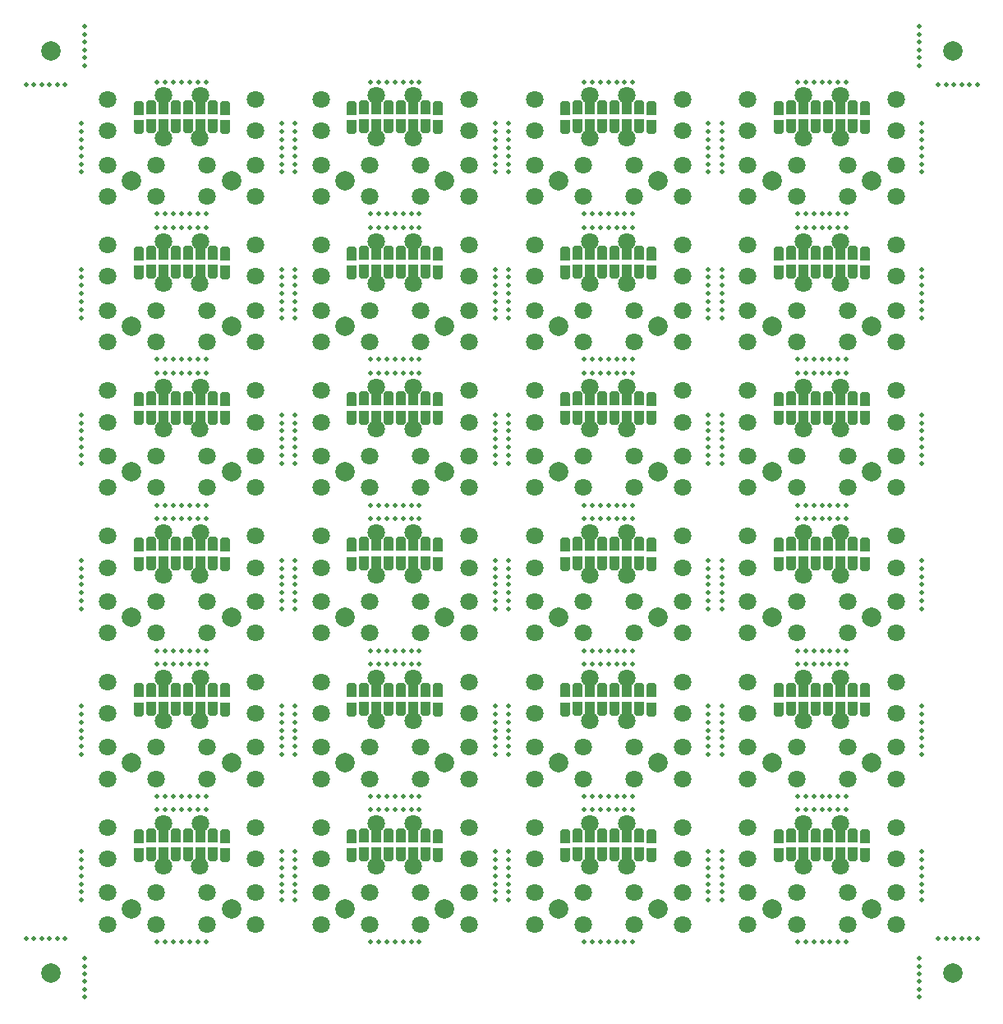
<source format=gbr>
%TF.GenerationSoftware,KiCad,Pcbnew,8.0.1-unknown-202403172319~81f55dfc9c~ubuntu22.04.1*%
%TF.CreationDate,2024-06-24T09:34:37+01:00*%
%TF.ProjectId,PANEL_DRY_ELECTRODES,50414e45-4c5f-4445-9259-5f454c454354,1.0*%
%TF.SameCoordinates,Original*%
%TF.FileFunction,Soldermask,Top*%
%TF.FilePolarity,Negative*%
%FSLAX46Y46*%
G04 Gerber Fmt 4.6, Leading zero omitted, Abs format (unit mm)*
G04 Created by KiCad (PCBNEW 8.0.1-unknown-202403172319~81f55dfc9c~ubuntu22.04.1) date 2024-06-24 09:34:37*
%MOMM*%
%LPD*%
G01*
G04 APERTURE LIST*
G04 Aperture macros list*
%AMFreePoly0*
4,1,13,0.345671,0.480970,0.426777,0.426777,0.480970,0.345671,0.500000,0.250000,0.500000,-0.900000,-0.500000,-0.900000,-0.500000,0.250000,-0.480970,0.345671,-0.426777,0.426777,-0.345671,0.480970,-0.250000,0.500000,0.250000,0.500000,0.345671,0.480970,0.345671,0.480970,$1*%
G04 Aperture macros list end*
%ADD10C,0.500000*%
%ADD11FreePoly0,180.000000*%
%ADD12C,1.800000*%
%ADD13C,2.000000*%
%ADD14FreePoly0,0.000000*%
G04 APERTURE END LIST*
D10*
%TO.C,KiKit_MB_74_3*%
X70300000Y-71666666D03*
%TD*%
D11*
%TO.C,J13*%
X38635000Y-25500000D03*
%TD*%
D12*
%TO.C,J26*%
X74375000Y-47500000D03*
%TD*%
D13*
%TO.C,I4*%
X21125000Y-90875000D03*
%TD*%
D11*
%TO.C,J16*%
X42445000Y-55565000D03*
%TD*%
D12*
%TO.C,J26*%
X52375000Y-47500000D03*
%TD*%
D11*
%TO.C,J9*%
X55555000Y-25565000D03*
%TD*%
D10*
%TO.C,KiKit_MB_63_2*%
X80333333Y-50700000D03*
%TD*%
%TO.C,KiKit_MB_7_6*%
X39666666Y-5700000D03*
%TD*%
D11*
%TO.C,J15*%
X19175000Y-70500000D03*
%TD*%
D12*
%TO.C,J30*%
X61900000Y-86500000D03*
%TD*%
D10*
%TO.C,KiKit_MB_94_6*%
X92300000Y-89166666D03*
%TD*%
D12*
%TO.C,J17*%
X30375000Y-10750000D03*
%TD*%
D10*
%TO.C,KiKit_MB_27_7*%
X62500000Y-20700000D03*
%TD*%
D11*
%TO.C,J14*%
X61905000Y-25500000D03*
%TD*%
D10*
%TO.C,KiKit_MB_48_6*%
X80333333Y-49300000D03*
%TD*%
%TO.C,KiKit_MB_101_6*%
X4000000Y-6000000D03*
%TD*%
D12*
%TO.C,J32*%
X45625000Y-14250000D03*
%TD*%
D10*
%TO.C,KiKit_MB_95_4*%
X82000000Y-80700000D03*
%TD*%
D12*
%TO.C,J23*%
X23625000Y-52500000D03*
%TD*%
D10*
%TO.C,KiKit_MB_67_4*%
X16000000Y-65700000D03*
%TD*%
D12*
%TO.C,J24*%
X89625000Y-85750000D03*
%TD*%
D10*
%TO.C,KiKit_MB_36_4*%
X16000000Y-49300000D03*
%TD*%
D12*
%TO.C,J31*%
X67625000Y-32500000D03*
%TD*%
D11*
%TO.C,J9*%
X33555000Y-55565000D03*
%TD*%
D10*
%TO.C,KiKit_MB_53_7*%
X27700000Y-55000000D03*
%TD*%
D13*
%TO.C,I3*%
X10875000Y-60875000D03*
%TD*%
D12*
%TO.C,J19*%
X58095000Y-22125000D03*
%TD*%
D10*
%TO.C,KiKit_MB_37_2*%
X27700000Y-44166666D03*
%TD*%
D12*
%TO.C,J19*%
X80095000Y-7125000D03*
%TD*%
D10*
%TO.C,KiKit_MB_87_5*%
X38833333Y-80700000D03*
%TD*%
D14*
%TO.C,J8*%
X42445000Y-53165000D03*
%TD*%
D10*
%TO.C,KiKit_MB_55_6*%
X39666666Y-50700000D03*
%TD*%
D13*
%TO.C,I4*%
X43125000Y-15875000D03*
%TD*%
D10*
%TO.C,KiKit_MB_72_5*%
X37166666Y-79300000D03*
%TD*%
%TO.C,KiKit_MB_48_7*%
X79500000Y-49300000D03*
%TD*%
D11*
%TO.C,J10*%
X12825000Y-40500000D03*
%TD*%
D12*
%TO.C,J28*%
X35375000Y-62500000D03*
%TD*%
D10*
%TO.C,KiKit_MB_64_3*%
X82833333Y-64300000D03*
%TD*%
D12*
%TO.C,J25*%
X30375000Y-74250000D03*
%TD*%
D11*
%TO.C,J15*%
X85175000Y-70500000D03*
%TD*%
D10*
%TO.C,KiKit_MB_77_2*%
X71700000Y-74166666D03*
%TD*%
D14*
%TO.C,J3*%
X80095000Y-68100000D03*
%TD*%
D10*
%TO.C,KiKit_MB_59_7*%
X62500000Y-50700000D03*
%TD*%
%TO.C,KiKit_MB_93_4*%
X71700000Y-87500000D03*
%TD*%
D11*
%TO.C,J9*%
X33555000Y-25565000D03*
%TD*%
%TO.C,J16*%
X86445000Y-25565000D03*
%TD*%
D14*
%TO.C,J6*%
X83905000Y-38100000D03*
%TD*%
D12*
%TO.C,J25*%
X52375000Y-59250000D03*
%TD*%
D10*
%TO.C,KiKit_MB_43_3*%
X59166666Y-35700000D03*
%TD*%
D14*
%TO.C,J4*%
X81365000Y-68100000D03*
%TD*%
D10*
%TO.C,KiKit_MB_10_5*%
X70300000Y-13333333D03*
%TD*%
D12*
%TO.C,J31*%
X45625000Y-62500000D03*
%TD*%
D10*
%TO.C,KiKit_MB_76_1*%
X62500000Y-79300000D03*
%TD*%
%TO.C,KiKit_MB_77_1*%
X71700000Y-75000000D03*
%TD*%
D11*
%TO.C,J9*%
X11555000Y-85565000D03*
%TD*%
D10*
%TO.C,KiKit_MB_67_3*%
X15166667Y-65700000D03*
%TD*%
%TO.C,KiKit_MB_52_3*%
X16833333Y-64300000D03*
%TD*%
%TO.C,KiKit_MB_68_1*%
X18500000Y-79300000D03*
%TD*%
%TO.C,KiKit_MB_19_6*%
X17666666Y-20700000D03*
%TD*%
%TO.C,KiKit_MB_37_3*%
X27700000Y-43333333D03*
%TD*%
D12*
%TO.C,J27*%
X80100000Y-26500000D03*
%TD*%
D10*
%TO.C,KiKit_MB_50_3*%
X26300000Y-56666666D03*
%TD*%
D12*
%TO.C,J18*%
X74375000Y-67500000D03*
%TD*%
D11*
%TO.C,J10*%
X78825000Y-55500000D03*
%TD*%
D12*
%TO.C,J25*%
X30375000Y-44250000D03*
%TD*%
%TO.C,J29*%
X40625000Y-92500000D03*
%TD*%
%TO.C,J21*%
X40625000Y-89250000D03*
%TD*%
D10*
%TO.C,KiKit_MB_22_6*%
X48300000Y-29166666D03*
%TD*%
D14*
%TO.C,J6*%
X17905000Y-83100000D03*
%TD*%
D10*
%TO.C,KiKit_MB_62_5*%
X92300000Y-58333333D03*
%TD*%
%TO.C,KiKit_MB_8_1*%
X40500000Y-19300000D03*
%TD*%
%TO.C,KiKit_MB_99_3*%
X6000000Y-97600000D03*
%TD*%
D12*
%TO.C,J26*%
X74375000Y-92500000D03*
%TD*%
D13*
%TO.C,I4*%
X87125000Y-30875000D03*
%TD*%
D12*
%TO.C,J32*%
X23625000Y-29250000D03*
%TD*%
%TO.C,J20*%
X13375000Y-89250000D03*
%TD*%
D10*
%TO.C,KiKit_MB_101_5*%
X3200000Y-6000000D03*
%TD*%
%TO.C,KiKit_MB_79_4*%
X82000000Y-65700000D03*
%TD*%
D12*
%TO.C,J28*%
X13375000Y-32500000D03*
%TD*%
D11*
%TO.C,J11*%
X58095000Y-10500000D03*
%TD*%
D14*
%TO.C,J7*%
X19175000Y-38100000D03*
%TD*%
D12*
%TO.C,J26*%
X8375000Y-62500000D03*
%TD*%
%TO.C,J17*%
X74375000Y-55750000D03*
%TD*%
D10*
%TO.C,KiKit_MB_25_4*%
X49700000Y-27500000D03*
%TD*%
%TO.C,KiKit_MB_90_5*%
X70300000Y-88333333D03*
%TD*%
%TO.C,KiKit_MB_19_7*%
X18500000Y-20700000D03*
%TD*%
%TO.C,KiKit_MB_43_1*%
X57500000Y-35700000D03*
%TD*%
D14*
%TO.C,J8*%
X20445000Y-53165000D03*
%TD*%
D12*
%TO.C,J19*%
X14095000Y-52125000D03*
%TD*%
D11*
%TO.C,J15*%
X85175000Y-40500000D03*
%TD*%
D10*
%TO.C,KiKit_MB_82_6*%
X26300000Y-89166666D03*
%TD*%
%TO.C,KiKit_MB_18_7*%
X26300000Y-30000000D03*
%TD*%
D13*
%TO.C,I4*%
X43125000Y-60875000D03*
%TD*%
D10*
%TO.C,KiKit_MB_30_3*%
X92300000Y-26666666D03*
%TD*%
D14*
%TO.C,J6*%
X61905000Y-83100000D03*
%TD*%
D11*
%TO.C,J16*%
X20445000Y-25565000D03*
%TD*%
%TO.C,J14*%
X39905000Y-25500000D03*
%TD*%
D10*
%TO.C,KiKit_MB_84_2*%
X17666666Y-94300000D03*
%TD*%
%TO.C,KiKit_MB_47_5*%
X82833333Y-35700000D03*
%TD*%
%TO.C,KiKit_MB_59_5*%
X60833333Y-50700000D03*
%TD*%
D11*
%TO.C,J16*%
X64445000Y-85565000D03*
%TD*%
D10*
%TO.C,KiKit_MB_101_2*%
X800000Y-6000000D03*
%TD*%
D12*
%TO.C,J21*%
X84625000Y-89250000D03*
%TD*%
D11*
%TO.C,J16*%
X86445000Y-55565000D03*
%TD*%
D10*
%TO.C,KiKit_MB_72_2*%
X39666666Y-79300000D03*
%TD*%
D12*
%TO.C,J31*%
X45625000Y-92500000D03*
%TD*%
D10*
%TO.C,KiKit_MB_45_1*%
X71700000Y-45000000D03*
%TD*%
%TO.C,KiKit_MB_76_4*%
X60000000Y-79300000D03*
%TD*%
D14*
%TO.C,J4*%
X59365000Y-8100000D03*
%TD*%
%TO.C,J8*%
X64445000Y-83165000D03*
%TD*%
%TO.C,J5*%
X38635000Y-68100000D03*
%TD*%
%TO.C,J4*%
X59365000Y-23100000D03*
%TD*%
D10*
%TO.C,KiKit_MB_65_6*%
X5700000Y-70833333D03*
%TD*%
%TO.C,KiKit_MB_84_6*%
X14333334Y-94300000D03*
%TD*%
D14*
%TO.C,J5*%
X60635000Y-83100000D03*
%TD*%
%TO.C,J7*%
X85175000Y-83100000D03*
%TD*%
D10*
%TO.C,KiKit_MB_64_1*%
X84500000Y-64300000D03*
%TD*%
%TO.C,KiKit_MB_62_7*%
X92300000Y-60000000D03*
%TD*%
D12*
%TO.C,J18*%
X74375000Y-22500000D03*
%TD*%
D10*
%TO.C,KiKit_MB_83_5*%
X16833333Y-80700000D03*
%TD*%
%TO.C,KiKit_MB_3_5*%
X16833333Y-5700000D03*
%TD*%
D11*
%TO.C,J14*%
X61905000Y-70500000D03*
%TD*%
D10*
%TO.C,KiKit_MB_12_6*%
X58333333Y-19300000D03*
%TD*%
D12*
%TO.C,J31*%
X23625000Y-17500000D03*
%TD*%
D10*
%TO.C,KiKit_MB_62_3*%
X92300000Y-56666666D03*
%TD*%
%TO.C,KiKit_MB_67_6*%
X17666666Y-65700000D03*
%TD*%
%TO.C,KiKit_MB_29_4*%
X71700000Y-27500000D03*
%TD*%
%TO.C,KiKit_MB_13_2*%
X71700000Y-14166666D03*
%TD*%
D11*
%TO.C,J14*%
X39905000Y-40500000D03*
%TD*%
D10*
%TO.C,KiKit_MB_13_4*%
X71700000Y-12500000D03*
%TD*%
D12*
%TO.C,J23*%
X67625000Y-82500000D03*
%TD*%
D10*
%TO.C,KiKit_MB_37_7*%
X27700000Y-40000000D03*
%TD*%
%TO.C,KiKit_MB_75_1*%
X57500000Y-65700000D03*
%TD*%
D12*
%TO.C,J21*%
X62625000Y-44250000D03*
%TD*%
D10*
%TO.C,KiKit_MB_22_3*%
X48300000Y-26666666D03*
%TD*%
%TO.C,KiKit_MB_93_2*%
X71700000Y-89166666D03*
%TD*%
D12*
%TO.C,J30*%
X61900000Y-56500000D03*
%TD*%
%TO.C,J26*%
X52375000Y-17500000D03*
%TD*%
D11*
%TO.C,J14*%
X17905000Y-25500000D03*
%TD*%
D10*
%TO.C,KiKit_MB_57_1*%
X49700000Y-60000000D03*
%TD*%
%TO.C,KiKit_MB_102_5*%
X3200000Y-94000000D03*
%TD*%
%TO.C,KiKit_MB_36_5*%
X15166667Y-49300000D03*
%TD*%
%TO.C,KiKit_MB_26_1*%
X70300000Y-25000000D03*
%TD*%
%TO.C,KiKit_MB_68_7*%
X13500000Y-79300000D03*
%TD*%
D12*
%TO.C,J30*%
X17900000Y-56500000D03*
%TD*%
D10*
%TO.C,KiKit_MB_99_2*%
X6000000Y-96800000D03*
%TD*%
D14*
%TO.C,J8*%
X64445000Y-8165000D03*
%TD*%
D11*
%TO.C,J15*%
X85175000Y-85500000D03*
%TD*%
D14*
%TO.C,J5*%
X38635000Y-23100000D03*
%TD*%
D10*
%TO.C,KiKit_MB_36_2*%
X17666666Y-49300000D03*
%TD*%
D11*
%TO.C,J10*%
X12825000Y-70500000D03*
%TD*%
D12*
%TO.C,J32*%
X89625000Y-29250000D03*
%TD*%
D11*
%TO.C,J13*%
X60635000Y-10500000D03*
%TD*%
D12*
%TO.C,J27*%
X80100000Y-71500000D03*
%TD*%
D10*
%TO.C,KiKit_MB_86_2*%
X48300000Y-85833333D03*
%TD*%
%TO.C,KiKit_MB_100_5*%
X92000000Y-99200000D03*
%TD*%
%TO.C,KiKit_MB_12_5*%
X59166666Y-19300000D03*
%TD*%
%TO.C,KiKit_MB_29_7*%
X71700000Y-25000000D03*
%TD*%
D12*
%TO.C,J32*%
X67625000Y-74250000D03*
%TD*%
D14*
%TO.C,J3*%
X80095000Y-53100000D03*
%TD*%
D10*
%TO.C,KiKit_MB_54_6*%
X48300000Y-59166666D03*
%TD*%
%TO.C,KiKit_MB_58_7*%
X70300000Y-60000000D03*
%TD*%
%TO.C,KiKit_MB_47_1*%
X79500000Y-35700000D03*
%TD*%
D12*
%TO.C,J27*%
X36100000Y-71500000D03*
%TD*%
D13*
%TO.C,I3*%
X10875000Y-30875000D03*
%TD*%
D10*
%TO.C,KiKit_MB_28_7*%
X57500000Y-34300000D03*
%TD*%
%TO.C,KiKit_MB_18_1*%
X26300000Y-25000000D03*
%TD*%
D14*
%TO.C,J4*%
X81365000Y-38100000D03*
%TD*%
D12*
%TO.C,J20*%
X35375000Y-89250000D03*
%TD*%
D10*
%TO.C,KiKit_MB_58_1*%
X70300000Y-55000000D03*
%TD*%
%TO.C,KiKit_MB_10_2*%
X70300000Y-10833334D03*
%TD*%
%TO.C,KiKit_MB_16_3*%
X82833333Y-19300000D03*
%TD*%
%TO.C,KiKit_MB_65_7*%
X5700000Y-70000000D03*
%TD*%
%TO.C,KiKit_MB_43_5*%
X60833333Y-35700000D03*
%TD*%
%TO.C,KiKit_MB_42_7*%
X70300000Y-45000000D03*
%TD*%
%TO.C,KiKit_MB_45_2*%
X71700000Y-44166666D03*
%TD*%
%TO.C,KiKit_MB_81_3*%
X5700000Y-88333333D03*
%TD*%
D12*
%TO.C,J18*%
X74375000Y-37500000D03*
%TD*%
D14*
%TO.C,J8*%
X42445000Y-83165000D03*
%TD*%
D10*
%TO.C,KiKit_MB_35_1*%
X13500000Y-35700000D03*
%TD*%
%TO.C,KiKit_MB_9_5*%
X49700000Y-11666667D03*
%TD*%
%TO.C,KiKit_MB_15_3*%
X81166666Y-5700000D03*
%TD*%
%TO.C,KiKit_MB_100_4*%
X92000000Y-98400000D03*
%TD*%
D14*
%TO.C,J1*%
X33555000Y-23165000D03*
%TD*%
D12*
%TO.C,J17*%
X8375000Y-55750000D03*
%TD*%
D10*
%TO.C,KiKit_MB_57_6*%
X49700000Y-55833333D03*
%TD*%
%TO.C,KiKit_MB_81_7*%
X5700000Y-85000000D03*
%TD*%
%TO.C,KiKit_MB_75_2*%
X58333333Y-65700000D03*
%TD*%
D13*
%TO.C,I3*%
X54875000Y-30875000D03*
%TD*%
D10*
%TO.C,KiKit_MB_3_4*%
X16000000Y-5700000D03*
%TD*%
%TO.C,KiKit_MB_21_5*%
X27700000Y-26666666D03*
%TD*%
D12*
%TO.C,J28*%
X57375000Y-92500000D03*
%TD*%
D14*
%TO.C,J2*%
X34825000Y-53100000D03*
%TD*%
D11*
%TO.C,J9*%
X55555000Y-10565000D03*
%TD*%
%TO.C,J9*%
X11555000Y-40565000D03*
%TD*%
%TO.C,J10*%
X34825000Y-55500000D03*
%TD*%
D12*
%TO.C,J24*%
X23625000Y-10750000D03*
%TD*%
%TO.C,J17*%
X8375000Y-85750000D03*
%TD*%
%TO.C,J26*%
X8375000Y-32500000D03*
%TD*%
D14*
%TO.C,J4*%
X81365000Y-83100000D03*
%TD*%
D10*
%TO.C,KiKit_MB_83_6*%
X17666666Y-80700000D03*
%TD*%
%TO.C,KiKit_MB_78_3*%
X92300000Y-71666666D03*
%TD*%
%TO.C,KiKit_MB_98_3*%
X92000000Y-1600000D03*
%TD*%
D12*
%TO.C,J20*%
X35375000Y-44250000D03*
%TD*%
D14*
%TO.C,J6*%
X39905000Y-83100000D03*
%TD*%
D10*
%TO.C,KiKit_MB_24_6*%
X36333333Y-34300000D03*
%TD*%
%TO.C,KiKit_MB_28_1*%
X62500000Y-34300000D03*
%TD*%
%TO.C,KiKit_MB_58_4*%
X70300000Y-57500000D03*
%TD*%
D12*
%TO.C,J18*%
X8375000Y-52500000D03*
%TD*%
%TO.C,J26*%
X30375000Y-17500000D03*
%TD*%
D14*
%TO.C,J2*%
X12825000Y-83100000D03*
%TD*%
D11*
%TO.C,J11*%
X14095000Y-70500000D03*
%TD*%
D12*
%TO.C,J29*%
X40625000Y-77500000D03*
%TD*%
D10*
%TO.C,KiKit_MB_48_4*%
X82000000Y-49300000D03*
%TD*%
D11*
%TO.C,J16*%
X86445000Y-70565000D03*
%TD*%
D14*
%TO.C,J5*%
X60635000Y-8100000D03*
%TD*%
%TO.C,J4*%
X59365000Y-53100000D03*
%TD*%
%TO.C,J2*%
X78825000Y-38100000D03*
%TD*%
D12*
%TO.C,J17*%
X52375000Y-70750000D03*
%TD*%
%TO.C,J32*%
X45625000Y-74250000D03*
%TD*%
%TO.C,J26*%
X30375000Y-32500000D03*
%TD*%
D11*
%TO.C,J10*%
X12825000Y-10500000D03*
%TD*%
D14*
%TO.C,J1*%
X55555000Y-83165000D03*
%TD*%
D12*
%TO.C,J32*%
X67625000Y-59250000D03*
%TD*%
D11*
%TO.C,J14*%
X17905000Y-40500000D03*
%TD*%
D10*
%TO.C,KiKit_MB_33_1*%
X5700000Y-45000000D03*
%TD*%
D14*
%TO.C,J5*%
X82635000Y-68100000D03*
%TD*%
D11*
%TO.C,J14*%
X83905000Y-40500000D03*
%TD*%
D10*
%TO.C,KiKit_MB_73_2*%
X49700000Y-74166666D03*
%TD*%
%TO.C,KiKit_MB_68_3*%
X16833333Y-79300000D03*
%TD*%
%TO.C,KiKit_MB_7_1*%
X35500000Y-5700000D03*
%TD*%
D11*
%TO.C,J11*%
X58095000Y-85500000D03*
%TD*%
D12*
%TO.C,J31*%
X89625000Y-32500000D03*
%TD*%
D10*
%TO.C,KiKit_MB_2_5*%
X26300000Y-13333333D03*
%TD*%
D11*
%TO.C,J14*%
X61905000Y-40500000D03*
%TD*%
D10*
%TO.C,KiKit_MB_49_4*%
X5700000Y-57500000D03*
%TD*%
%TO.C,KiKit_MB_84_1*%
X18500000Y-94300000D03*
%TD*%
%TO.C,KiKit_MB_26_2*%
X70300000Y-25833333D03*
%TD*%
D12*
%TO.C,J30*%
X83900000Y-41500000D03*
%TD*%
%TO.C,J29*%
X62625000Y-77500000D03*
%TD*%
D11*
%TO.C,J10*%
X12825000Y-85500000D03*
%TD*%
D10*
%TO.C,KiKit_MB_25_7*%
X49700000Y-25000000D03*
%TD*%
%TO.C,KiKit_MB_3_3*%
X15166667Y-5700000D03*
%TD*%
D13*
%TO.C,I4*%
X65125000Y-60875000D03*
%TD*%
D10*
%TO.C,KiKit_MB_71_7*%
X40500000Y-65700000D03*
%TD*%
D12*
%TO.C,J27*%
X14100000Y-86500000D03*
%TD*%
D11*
%TO.C,J10*%
X56825000Y-40500000D03*
%TD*%
D10*
%TO.C,KiKit_MB_73_6*%
X49700000Y-70833333D03*
%TD*%
D11*
%TO.C,J12*%
X37365000Y-40500000D03*
%TD*%
D12*
%TO.C,J19*%
X80095000Y-22125000D03*
%TD*%
D10*
%TO.C,KiKit_MB_100_3*%
X92000000Y-97600000D03*
%TD*%
%TO.C,KiKit_MB_16_2*%
X83666666Y-19300000D03*
%TD*%
D11*
%TO.C,J15*%
X41175000Y-85500000D03*
%TD*%
D10*
%TO.C,KiKit_MB_84_4*%
X16000000Y-94300000D03*
%TD*%
D12*
%TO.C,J20*%
X79375000Y-14250000D03*
%TD*%
%TO.C,J18*%
X52375000Y-52500000D03*
%TD*%
D14*
%TO.C,J4*%
X81365000Y-8100000D03*
%TD*%
D12*
%TO.C,J30*%
X17900000Y-11500000D03*
%TD*%
%TO.C,J29*%
X62625000Y-17500000D03*
%TD*%
D10*
%TO.C,KiKit_MB_77_3*%
X71700000Y-73333333D03*
%TD*%
D13*
%TO.C,I3*%
X32875000Y-60875000D03*
%TD*%
D10*
%TO.C,KiKit_MB_45_5*%
X71700000Y-41666666D03*
%TD*%
D12*
%TO.C,J24*%
X23625000Y-55750000D03*
%TD*%
D11*
%TO.C,J13*%
X82635000Y-25500000D03*
%TD*%
D10*
%TO.C,KiKit_MB_92_5*%
X59166666Y-94300000D03*
%TD*%
D11*
%TO.C,J15*%
X41175000Y-10500000D03*
%TD*%
%TO.C,J13*%
X82635000Y-40500000D03*
%TD*%
D14*
%TO.C,J5*%
X16635000Y-68100000D03*
%TD*%
D11*
%TO.C,J15*%
X63175000Y-55500000D03*
%TD*%
D12*
%TO.C,J22*%
X83905000Y-22125000D03*
%TD*%
%TO.C,J26*%
X30375000Y-47500000D03*
%TD*%
D10*
%TO.C,KiKit_MB_68_4*%
X16000000Y-79300000D03*
%TD*%
%TO.C,KiKit_MB_12_1*%
X62500000Y-19300000D03*
%TD*%
%TO.C,KiKit_MB_11_5*%
X60833333Y-5700000D03*
%TD*%
%TO.C,KiKit_MB_26_7*%
X70300000Y-30000000D03*
%TD*%
D11*
%TO.C,J12*%
X15365000Y-85500000D03*
%TD*%
D12*
%TO.C,J19*%
X58095000Y-37125000D03*
%TD*%
D10*
%TO.C,KiKit_MB_86_1*%
X48300000Y-85000000D03*
%TD*%
D11*
%TO.C,J9*%
X55555000Y-85565000D03*
%TD*%
D10*
%TO.C,KiKit_MB_96_5*%
X81166666Y-94300000D03*
%TD*%
%TO.C,KiKit_MB_36_6*%
X14333334Y-49300000D03*
%TD*%
%TO.C,KiKit_MB_17_5*%
X5700000Y-26666666D03*
%TD*%
%TO.C,KiKit_MB_44_7*%
X57500000Y-49300000D03*
%TD*%
D12*
%TO.C,J25*%
X30375000Y-59250000D03*
%TD*%
D11*
%TO.C,J10*%
X12825000Y-25500000D03*
%TD*%
D12*
%TO.C,J28*%
X79375000Y-47500000D03*
%TD*%
D11*
%TO.C,J13*%
X38635000Y-55500000D03*
%TD*%
D10*
%TO.C,KiKit_MB_57_4*%
X49700000Y-57500000D03*
%TD*%
D12*
%TO.C,J19*%
X36095000Y-7125000D03*
%TD*%
D14*
%TO.C,J2*%
X56825000Y-83100000D03*
%TD*%
D11*
%TO.C,J12*%
X81365000Y-25500000D03*
%TD*%
D12*
%TO.C,J31*%
X23625000Y-32500000D03*
%TD*%
%TO.C,J30*%
X39900000Y-41500000D03*
%TD*%
D10*
%TO.C,KiKit_MB_82_3*%
X26300000Y-86666666D03*
%TD*%
D13*
%TO.C,I3*%
X32875000Y-30875000D03*
%TD*%
D10*
%TO.C,KiKit_MB_37_6*%
X27700000Y-40833333D03*
%TD*%
D14*
%TO.C,J4*%
X15365000Y-83100000D03*
%TD*%
D10*
%TO.C,KiKit_MB_6_6*%
X48300000Y-14166666D03*
%TD*%
%TO.C,KiKit_MB_75_5*%
X60833333Y-65700000D03*
%TD*%
%TO.C,KiKit_MB_51_3*%
X15166667Y-50700000D03*
%TD*%
%TO.C,KiKit_MB_54_7*%
X48300000Y-60000000D03*
%TD*%
D11*
%TO.C,J14*%
X61905000Y-10500000D03*
%TD*%
D13*
%TO.C,I3*%
X76875000Y-30875000D03*
%TD*%
D12*
%TO.C,J24*%
X23625000Y-25750000D03*
%TD*%
D10*
%TO.C,KiKit_MB_74_4*%
X70300000Y-72500000D03*
%TD*%
D12*
%TO.C,J25*%
X30375000Y-29250000D03*
%TD*%
D14*
%TO.C,J2*%
X12825000Y-8100000D03*
%TD*%
D10*
%TO.C,KiKit_MB_10_1*%
X70300000Y-10000000D03*
%TD*%
D12*
%TO.C,J32*%
X23625000Y-44250000D03*
%TD*%
D14*
%TO.C,J1*%
X33555000Y-68165000D03*
%TD*%
D10*
%TO.C,KiKit_MB_94_5*%
X92300000Y-88333333D03*
%TD*%
D14*
%TO.C,J4*%
X15365000Y-68100000D03*
%TD*%
D12*
%TO.C,J24*%
X67625000Y-70750000D03*
%TD*%
%TO.C,J20*%
X13375000Y-59250000D03*
%TD*%
D10*
%TO.C,KiKit_MB_103_1*%
X94000000Y-6000000D03*
%TD*%
D14*
%TO.C,J2*%
X34825000Y-23100000D03*
%TD*%
D12*
%TO.C,J21*%
X18625000Y-44250000D03*
%TD*%
D10*
%TO.C,KiKit_MB_80_6*%
X80333333Y-79300000D03*
%TD*%
D11*
%TO.C,J12*%
X81365000Y-85500000D03*
%TD*%
D12*
%TO.C,J22*%
X61905000Y-7125000D03*
%TD*%
D10*
%TO.C,KiKit_MB_21_4*%
X27700000Y-27500000D03*
%TD*%
D14*
%TO.C,J8*%
X42445000Y-38165000D03*
%TD*%
D12*
%TO.C,J24*%
X45625000Y-85750000D03*
%TD*%
D10*
%TO.C,KiKit_MB_9_2*%
X49700000Y-14166666D03*
%TD*%
D14*
%TO.C,J1*%
X77555000Y-38165000D03*
%TD*%
D12*
%TO.C,J26*%
X52375000Y-32500000D03*
%TD*%
D10*
%TO.C,KiKit_MB_100_1*%
X92000000Y-96000000D03*
%TD*%
D14*
%TO.C,J3*%
X58095000Y-38100000D03*
%TD*%
D12*
%TO.C,J18*%
X30375000Y-7500000D03*
%TD*%
%TO.C,J27*%
X80100000Y-56500000D03*
%TD*%
D10*
%TO.C,KiKit_MB_39_3*%
X37166666Y-35700000D03*
%TD*%
D11*
%TO.C,J16*%
X64445000Y-40565000D03*
%TD*%
D10*
%TO.C,KiKit_MB_14_1*%
X92300000Y-10000000D03*
%TD*%
D12*
%TO.C,J31*%
X45625000Y-47500000D03*
%TD*%
D10*
%TO.C,KiKit_MB_46_2*%
X92300000Y-40833333D03*
%TD*%
%TO.C,KiKit_MB_49_2*%
X5700000Y-59166666D03*
%TD*%
%TO.C,KiKit_MB_8_5*%
X37166666Y-19300000D03*
%TD*%
%TO.C,KiKit_MB_35_3*%
X15166667Y-35700000D03*
%TD*%
%TO.C,KiKit_MB_20_3*%
X16833333Y-34300000D03*
%TD*%
%TO.C,KiKit_MB_6_4*%
X48300000Y-12500000D03*
%TD*%
D12*
%TO.C,J25*%
X52375000Y-89250000D03*
%TD*%
%TO.C,J21*%
X84625000Y-59250000D03*
%TD*%
D11*
%TO.C,J10*%
X34825000Y-70500000D03*
%TD*%
D14*
%TO.C,J4*%
X59365000Y-38100000D03*
%TD*%
D10*
%TO.C,KiKit_MB_32_2*%
X83666666Y-34300000D03*
%TD*%
D12*
%TO.C,J20*%
X35375000Y-14250000D03*
%TD*%
D13*
%TO.C,I3*%
X54875000Y-45875000D03*
%TD*%
D12*
%TO.C,J20*%
X57375000Y-59250000D03*
%TD*%
D10*
%TO.C,KiKit_MB_51_2*%
X14333334Y-50700000D03*
%TD*%
%TO.C,KiKit_MB_66_2*%
X26300000Y-70833333D03*
%TD*%
%TO.C,KiKit_MB_72_4*%
X38000000Y-79300000D03*
%TD*%
D11*
%TO.C,J10*%
X56825000Y-70500000D03*
%TD*%
D10*
%TO.C,KiKit_MB_78_2*%
X92300000Y-70833333D03*
%TD*%
D14*
%TO.C,J1*%
X33555000Y-38165000D03*
%TD*%
D11*
%TO.C,J13*%
X82635000Y-70500000D03*
%TD*%
D10*
%TO.C,KiKit_MB_75_4*%
X60000000Y-65700000D03*
%TD*%
%TO.C,KiKit_MB_84_3*%
X16833333Y-94300000D03*
%TD*%
%TO.C,KiKit_MB_52_1*%
X18500000Y-64300000D03*
%TD*%
D12*
%TO.C,J28*%
X79375000Y-77500000D03*
%TD*%
%TO.C,J26*%
X30375000Y-77500000D03*
%TD*%
D10*
%TO.C,KiKit_MB_82_5*%
X26300000Y-88333333D03*
%TD*%
D12*
%TO.C,J20*%
X57375000Y-14250000D03*
%TD*%
D11*
%TO.C,J16*%
X64445000Y-55565000D03*
%TD*%
D10*
%TO.C,KiKit_MB_55_2*%
X36333333Y-50700000D03*
%TD*%
D11*
%TO.C,J11*%
X80095000Y-10500000D03*
%TD*%
D14*
%TO.C,J2*%
X34825000Y-83100000D03*
%TD*%
D10*
%TO.C,KiKit_MB_40_4*%
X38000000Y-49300000D03*
%TD*%
%TO.C,KiKit_MB_91_7*%
X62500000Y-80700000D03*
%TD*%
%TO.C,KiKit_MB_69_5*%
X27700000Y-71666666D03*
%TD*%
%TO.C,KiKit_MB_7_4*%
X38000000Y-5700000D03*
%TD*%
D12*
%TO.C,J20*%
X35375000Y-74250000D03*
%TD*%
D14*
%TO.C,J3*%
X80095000Y-23100000D03*
%TD*%
D10*
%TO.C,KiKit_MB_89_6*%
X49700000Y-85833333D03*
%TD*%
%TO.C,KiKit_MB_20_4*%
X16000000Y-34300000D03*
%TD*%
D14*
%TO.C,J8*%
X20445000Y-83165000D03*
%TD*%
D10*
%TO.C,KiKit_MB_25_3*%
X49700000Y-28333333D03*
%TD*%
D12*
%TO.C,J29*%
X84625000Y-62500000D03*
%TD*%
%TO.C,J22*%
X61905000Y-37125000D03*
%TD*%
D14*
%TO.C,J8*%
X42445000Y-23165000D03*
%TD*%
D11*
%TO.C,J13*%
X60635000Y-70500000D03*
%TD*%
D12*
%TO.C,J17*%
X74375000Y-40750000D03*
%TD*%
D10*
%TO.C,KiKit_MB_93_5*%
X71700000Y-86666666D03*
%TD*%
%TO.C,KiKit_MB_21_2*%
X27700000Y-29166666D03*
%TD*%
%TO.C,KiKit_MB_68_6*%
X14333334Y-79300000D03*
%TD*%
D11*
%TO.C,J15*%
X19175000Y-10500000D03*
%TD*%
D14*
%TO.C,J5*%
X60635000Y-53100000D03*
%TD*%
D12*
%TO.C,J32*%
X23625000Y-59250000D03*
%TD*%
D10*
%TO.C,KiKit_MB_60_1*%
X62500000Y-64300000D03*
%TD*%
D14*
%TO.C,J3*%
X14095000Y-53100000D03*
%TD*%
D11*
%TO.C,J11*%
X80095000Y-40500000D03*
%TD*%
D10*
%TO.C,KiKit_MB_46_4*%
X92300000Y-42500000D03*
%TD*%
D12*
%TO.C,J24*%
X67625000Y-40750000D03*
%TD*%
D11*
%TO.C,J9*%
X55555000Y-70565000D03*
%TD*%
%TO.C,J11*%
X80095000Y-85500000D03*
%TD*%
D13*
%TO.C,I4*%
X43125000Y-75875000D03*
%TD*%
D10*
%TO.C,KiKit_MB_11_2*%
X58333333Y-5700000D03*
%TD*%
%TO.C,KiKit_MB_103_3*%
X95600000Y-6000000D03*
%TD*%
D14*
%TO.C,J1*%
X33555000Y-53165000D03*
%TD*%
%TO.C,J3*%
X58095000Y-68100000D03*
%TD*%
D10*
%TO.C,KiKit_MB_25_2*%
X49700000Y-29166666D03*
%TD*%
D12*
%TO.C,J29*%
X40625000Y-32500000D03*
%TD*%
D10*
%TO.C,KiKit_MB_83_2*%
X14333334Y-80700000D03*
%TD*%
D14*
%TO.C,J8*%
X64445000Y-23165000D03*
%TD*%
D10*
%TO.C,KiKit_MB_99_4*%
X6000000Y-98400000D03*
%TD*%
%TO.C,KiKit_MB_13_3*%
X71700000Y-13333333D03*
%TD*%
%TO.C,KiKit_MB_87_2*%
X36333333Y-80700000D03*
%TD*%
D12*
%TO.C,J18*%
X30375000Y-37500000D03*
%TD*%
%TO.C,J22*%
X61905000Y-67125000D03*
%TD*%
D10*
%TO.C,KiKit_MB_83_1*%
X13500000Y-80700000D03*
%TD*%
D14*
%TO.C,J4*%
X37365000Y-53100000D03*
%TD*%
D10*
%TO.C,KiKit_MB_83_4*%
X16000000Y-80700000D03*
%TD*%
D12*
%TO.C,J18*%
X30375000Y-52500000D03*
%TD*%
D11*
%TO.C,J14*%
X83905000Y-10500000D03*
%TD*%
D10*
%TO.C,KiKit_MB_33_3*%
X5700000Y-43333333D03*
%TD*%
%TO.C,KiKit_MB_80_2*%
X83666666Y-79300000D03*
%TD*%
%TO.C,KiKit_MB_69_2*%
X27700000Y-74166666D03*
%TD*%
%TO.C,KiKit_MB_26_6*%
X70300000Y-29166666D03*
%TD*%
D12*
%TO.C,J25*%
X8375000Y-44250000D03*
%TD*%
D10*
%TO.C,KiKit_MB_30_6*%
X92300000Y-29166666D03*
%TD*%
%TO.C,KiKit_MB_39_2*%
X36333333Y-35700000D03*
%TD*%
D14*
%TO.C,J8*%
X42445000Y-68165000D03*
%TD*%
D10*
%TO.C,KiKit_MB_1_1*%
X5700000Y-15000000D03*
%TD*%
D12*
%TO.C,J27*%
X80100000Y-11500000D03*
%TD*%
D10*
%TO.C,KiKit_MB_47_6*%
X83666666Y-35700000D03*
%TD*%
D11*
%TO.C,J14*%
X83905000Y-25500000D03*
%TD*%
%TO.C,J14*%
X39905000Y-55500000D03*
%TD*%
D10*
%TO.C,KiKit_MB_45_6*%
X71700000Y-40833333D03*
%TD*%
%TO.C,KiKit_MB_3_6*%
X17666666Y-5700000D03*
%TD*%
D12*
%TO.C,J29*%
X18625000Y-17500000D03*
%TD*%
D10*
%TO.C,KiKit_MB_71_6*%
X39666666Y-65700000D03*
%TD*%
D12*
%TO.C,J22*%
X17905000Y-7125000D03*
%TD*%
D11*
%TO.C,J9*%
X11555000Y-25565000D03*
%TD*%
D10*
%TO.C,KiKit_MB_47_3*%
X81166666Y-35700000D03*
%TD*%
%TO.C,KiKit_MB_28_6*%
X58333333Y-34300000D03*
%TD*%
D11*
%TO.C,J11*%
X80095000Y-25500000D03*
%TD*%
D14*
%TO.C,J1*%
X33555000Y-83165000D03*
%TD*%
D11*
%TO.C,J13*%
X16635000Y-85500000D03*
%TD*%
%TO.C,J12*%
X59365000Y-40500000D03*
%TD*%
D12*
%TO.C,J31*%
X45625000Y-32500000D03*
%TD*%
%TO.C,J25*%
X74375000Y-89250000D03*
%TD*%
D10*
%TO.C,KiKit_MB_94_2*%
X92300000Y-85833333D03*
%TD*%
D12*
%TO.C,J19*%
X80095000Y-52125000D03*
%TD*%
D10*
%TO.C,KiKit_MB_39_4*%
X38000000Y-35700000D03*
%TD*%
%TO.C,KiKit_MB_47_7*%
X84500000Y-35700000D03*
%TD*%
%TO.C,KiKit_MB_50_1*%
X26300000Y-55000000D03*
%TD*%
D11*
%TO.C,J11*%
X14095000Y-55500000D03*
%TD*%
D10*
%TO.C,KiKit_MB_64_5*%
X81166666Y-64300000D03*
%TD*%
D12*
%TO.C,J19*%
X36095000Y-37125000D03*
%TD*%
D10*
%TO.C,KiKit_MB_64_2*%
X83666666Y-64300000D03*
%TD*%
D11*
%TO.C,J15*%
X41175000Y-40500000D03*
%TD*%
%TO.C,J13*%
X16635000Y-10500000D03*
%TD*%
D12*
%TO.C,J24*%
X67625000Y-55750000D03*
%TD*%
D11*
%TO.C,J10*%
X34825000Y-10500000D03*
%TD*%
D14*
%TO.C,J1*%
X11555000Y-83165000D03*
%TD*%
D10*
%TO.C,KiKit_MB_3_1*%
X13500000Y-5700000D03*
%TD*%
D12*
%TO.C,J27*%
X36100000Y-86500000D03*
%TD*%
D10*
%TO.C,KiKit_MB_9_6*%
X49700000Y-10833334D03*
%TD*%
D14*
%TO.C,J1*%
X55555000Y-8165000D03*
%TD*%
D10*
%TO.C,KiKit_MB_90_4*%
X70300000Y-87500000D03*
%TD*%
%TO.C,KiKit_MB_97_2*%
X6000000Y-800000D03*
%TD*%
%TO.C,KiKit_MB_71_4*%
X38000000Y-65700000D03*
%TD*%
%TO.C,KiKit_MB_67_1*%
X13500000Y-65700000D03*
%TD*%
D11*
%TO.C,J10*%
X78825000Y-25500000D03*
%TD*%
D10*
%TO.C,KiKit_MB_41_1*%
X49700000Y-45000000D03*
%TD*%
%TO.C,KiKit_MB_77_7*%
X71700000Y-70000000D03*
%TD*%
%TO.C,KiKit_MB_58_3*%
X70300000Y-56666666D03*
%TD*%
%TO.C,KiKit_MB_46_7*%
X92300000Y-45000000D03*
%TD*%
%TO.C,KiKit_MB_35_4*%
X16000000Y-35700000D03*
%TD*%
%TO.C,KiKit_MB_77_5*%
X71700000Y-71666666D03*
%TD*%
D12*
%TO.C,J17*%
X74375000Y-70750000D03*
%TD*%
D10*
%TO.C,KiKit_MB_45_3*%
X71700000Y-43333333D03*
%TD*%
%TO.C,KiKit_MB_19_4*%
X16000000Y-20700000D03*
%TD*%
D12*
%TO.C,J23*%
X89625000Y-37500000D03*
%TD*%
D10*
%TO.C,KiKit_MB_63_4*%
X82000000Y-50700000D03*
%TD*%
%TO.C,KiKit_MB_98_4*%
X92000000Y-2400000D03*
%TD*%
%TO.C,KiKit_MB_25_1*%
X49700000Y-30000000D03*
%TD*%
D12*
%TO.C,J18*%
X52375000Y-7500000D03*
%TD*%
%TO.C,J24*%
X89625000Y-55750000D03*
%TD*%
D10*
%TO.C,KiKit_MB_13_1*%
X71700000Y-15000000D03*
%TD*%
%TO.C,KiKit_MB_11_4*%
X60000000Y-5700000D03*
%TD*%
D14*
%TO.C,J6*%
X17905000Y-8100000D03*
%TD*%
D12*
%TO.C,J24*%
X23625000Y-85750000D03*
%TD*%
D10*
%TO.C,KiKit_MB_104_3*%
X95600000Y-94000000D03*
%TD*%
D12*
%TO.C,J21*%
X40625000Y-59250000D03*
%TD*%
%TO.C,J32*%
X67625000Y-44250000D03*
%TD*%
D11*
%TO.C,J12*%
X15365000Y-40500000D03*
%TD*%
%TO.C,J11*%
X14095000Y-40500000D03*
%TD*%
D12*
%TO.C,J28*%
X13375000Y-17500000D03*
%TD*%
D10*
%TO.C,KiKit_MB_78_1*%
X92300000Y-70000000D03*
%TD*%
%TO.C,KiKit_MB_31_5*%
X82833333Y-20700000D03*
%TD*%
%TO.C,KiKit_MB_52_6*%
X14333334Y-64300000D03*
%TD*%
%TO.C,KiKit_MB_76_7*%
X57500000Y-79300000D03*
%TD*%
D12*
%TO.C,J19*%
X58095000Y-67125000D03*
%TD*%
D14*
%TO.C,J1*%
X55555000Y-68165000D03*
%TD*%
D10*
%TO.C,KiKit_MB_41_2*%
X49700000Y-44166666D03*
%TD*%
D11*
%TO.C,J15*%
X41175000Y-70500000D03*
%TD*%
D12*
%TO.C,J23*%
X67625000Y-67500000D03*
%TD*%
D10*
%TO.C,KiKit_MB_5_2*%
X27700000Y-14166666D03*
%TD*%
%TO.C,KiKit_MB_73_4*%
X49700000Y-72500000D03*
%TD*%
D12*
%TO.C,J25*%
X74375000Y-44250000D03*
%TD*%
D14*
%TO.C,J2*%
X12825000Y-38100000D03*
%TD*%
D12*
%TO.C,J24*%
X23625000Y-40750000D03*
%TD*%
D14*
%TO.C,J2*%
X12825000Y-68100000D03*
%TD*%
D12*
%TO.C,J19*%
X80095000Y-37125000D03*
%TD*%
D13*
%TO.C,I4*%
X87125000Y-75875000D03*
%TD*%
D11*
%TO.C,J14*%
X61905000Y-85500000D03*
%TD*%
%TO.C,J9*%
X77555000Y-25565000D03*
%TD*%
D10*
%TO.C,KiKit_MB_75_6*%
X61666666Y-65700000D03*
%TD*%
D14*
%TO.C,J5*%
X38635000Y-83100000D03*
%TD*%
D12*
%TO.C,J23*%
X45625000Y-82500000D03*
%TD*%
D10*
%TO.C,KiKit_MB_34_3*%
X26300000Y-41666666D03*
%TD*%
D13*
%TO.C,KiKit_TO_3*%
X2500000Y-97500000D03*
%TD*%
D12*
%TO.C,J19*%
X36095000Y-52125000D03*
%TD*%
D10*
%TO.C,KiKit_MB_75_3*%
X59166666Y-65700000D03*
%TD*%
%TO.C,KiKit_MB_33_5*%
X5700000Y-41666666D03*
%TD*%
D12*
%TO.C,J31*%
X23625000Y-62500000D03*
%TD*%
D10*
%TO.C,KiKit_MB_52_7*%
X13500000Y-64300000D03*
%TD*%
D12*
%TO.C,J22*%
X39905000Y-52125000D03*
%TD*%
D10*
%TO.C,KiKit_MB_6_5*%
X48300000Y-13333333D03*
%TD*%
%TO.C,KiKit_MB_90_3*%
X70300000Y-86666666D03*
%TD*%
D11*
%TO.C,J16*%
X64445000Y-25565000D03*
%TD*%
D12*
%TO.C,J27*%
X80100000Y-86500000D03*
%TD*%
%TO.C,J19*%
X58095000Y-7125000D03*
%TD*%
D10*
%TO.C,KiKit_MB_86_3*%
X48300000Y-86666666D03*
%TD*%
%TO.C,KiKit_MB_85_1*%
X27700000Y-90000000D03*
%TD*%
%TO.C,KiKit_MB_101_3*%
X1600000Y-6000000D03*
%TD*%
%TO.C,KiKit_MB_22_5*%
X48300000Y-28333333D03*
%TD*%
%TO.C,KiKit_MB_49_7*%
X5700000Y-55000000D03*
%TD*%
%TO.C,KiKit_MB_70_6*%
X48300000Y-74166666D03*
%TD*%
D12*
%TO.C,J26*%
X74375000Y-32500000D03*
%TD*%
D10*
%TO.C,KiKit_MB_50_4*%
X26300000Y-57500000D03*
%TD*%
%TO.C,KiKit_MB_59_1*%
X57500000Y-50700000D03*
%TD*%
%TO.C,KiKit_MB_14_6*%
X92300000Y-14166666D03*
%TD*%
%TO.C,KiKit_MB_23_7*%
X40500000Y-20700000D03*
%TD*%
%TO.C,KiKit_MB_6_2*%
X48300000Y-10833334D03*
%TD*%
D14*
%TO.C,J3*%
X58095000Y-83100000D03*
%TD*%
D10*
%TO.C,KiKit_MB_41_7*%
X49700000Y-40000000D03*
%TD*%
%TO.C,KiKit_MB_61_3*%
X71700000Y-58333333D03*
%TD*%
D12*
%TO.C,J17*%
X30375000Y-25750000D03*
%TD*%
D10*
%TO.C,KiKit_MB_95_1*%
X79500000Y-80700000D03*
%TD*%
D14*
%TO.C,J2*%
X56825000Y-68100000D03*
%TD*%
D13*
%TO.C,KiKit_TO_4*%
X95500000Y-97500000D03*
%TD*%
%TO.C,I4*%
X43125000Y-30875000D03*
%TD*%
D12*
%TO.C,J18*%
X8375000Y-7500000D03*
%TD*%
D11*
%TO.C,J12*%
X81365000Y-10500000D03*
%TD*%
D10*
%TO.C,KiKit_MB_53_1*%
X27700000Y-60000000D03*
%TD*%
D14*
%TO.C,J5*%
X60635000Y-38100000D03*
%TD*%
D10*
%TO.C,KiKit_MB_93_1*%
X71700000Y-90000000D03*
%TD*%
D11*
%TO.C,J12*%
X37365000Y-10500000D03*
%TD*%
D10*
%TO.C,KiKit_MB_63_7*%
X84500000Y-50700000D03*
%TD*%
%TO.C,KiKit_MB_16_4*%
X82000000Y-19300000D03*
%TD*%
%TO.C,KiKit_MB_77_6*%
X71700000Y-70833333D03*
%TD*%
D12*
%TO.C,J31*%
X89625000Y-17500000D03*
%TD*%
D10*
%TO.C,KiKit_MB_99_6*%
X6000000Y-100000000D03*
%TD*%
D12*
%TO.C,J28*%
X57375000Y-77500000D03*
%TD*%
D11*
%TO.C,J13*%
X38635000Y-70500000D03*
%TD*%
D10*
%TO.C,KiKit_MB_81_1*%
X5700000Y-90000000D03*
%TD*%
%TO.C,KiKit_MB_41_6*%
X49700000Y-40833333D03*
%TD*%
%TO.C,KiKit_MB_67_2*%
X14333334Y-65700000D03*
%TD*%
D14*
%TO.C,J3*%
X80095000Y-83100000D03*
%TD*%
D10*
%TO.C,KiKit_MB_56_6*%
X36333333Y-64300000D03*
%TD*%
D14*
%TO.C,J7*%
X85175000Y-8100000D03*
%TD*%
D10*
%TO.C,KiKit_MB_91_3*%
X59166666Y-80700000D03*
%TD*%
D12*
%TO.C,J20*%
X79375000Y-29250000D03*
%TD*%
%TO.C,J26*%
X8375000Y-47500000D03*
%TD*%
D10*
%TO.C,KiKit_MB_28_2*%
X61666666Y-34300000D03*
%TD*%
D12*
%TO.C,J21*%
X62625000Y-29250000D03*
%TD*%
D10*
%TO.C,KiKit_MB_47_2*%
X80333333Y-35700000D03*
%TD*%
D12*
%TO.C,J21*%
X18625000Y-89250000D03*
%TD*%
D10*
%TO.C,KiKit_MB_56_5*%
X37166666Y-64300000D03*
%TD*%
D12*
%TO.C,J24*%
X45625000Y-70750000D03*
%TD*%
D10*
%TO.C,KiKit_MB_95_5*%
X82833333Y-80700000D03*
%TD*%
D12*
%TO.C,J19*%
X14095000Y-37125000D03*
%TD*%
D10*
%TO.C,KiKit_MB_86_7*%
X48300000Y-90000000D03*
%TD*%
D12*
%TO.C,J30*%
X17900000Y-26500000D03*
%TD*%
D11*
%TO.C,J12*%
X15365000Y-10500000D03*
%TD*%
%TO.C,J12*%
X15365000Y-25500000D03*
%TD*%
D10*
%TO.C,KiKit_MB_9_1*%
X49700000Y-15000000D03*
%TD*%
D12*
%TO.C,J25*%
X8375000Y-59250000D03*
%TD*%
D10*
%TO.C,KiKit_MB_4_3*%
X16833333Y-19300000D03*
%TD*%
%TO.C,KiKit_MB_85_3*%
X27700000Y-88333333D03*
%TD*%
%TO.C,KiKit_MB_90_7*%
X70300000Y-90000000D03*
%TD*%
D12*
%TO.C,J32*%
X23625000Y-89250000D03*
%TD*%
D10*
%TO.C,KiKit_MB_33_6*%
X5700000Y-40833333D03*
%TD*%
%TO.C,KiKit_MB_54_1*%
X48300000Y-55000000D03*
%TD*%
D12*
%TO.C,J27*%
X14100000Y-71500000D03*
%TD*%
D11*
%TO.C,J16*%
X42445000Y-70565000D03*
%TD*%
D14*
%TO.C,J8*%
X86445000Y-8165000D03*
%TD*%
D10*
%TO.C,KiKit_MB_104_2*%
X94800000Y-94000000D03*
%TD*%
%TO.C,KiKit_MB_28_4*%
X60000000Y-34300000D03*
%TD*%
D14*
%TO.C,J7*%
X19175000Y-83100000D03*
%TD*%
D12*
%TO.C,J25*%
X52375000Y-74250000D03*
%TD*%
%TO.C,J31*%
X23625000Y-92500000D03*
%TD*%
%TO.C,J21*%
X18625000Y-29250000D03*
%TD*%
D10*
%TO.C,KiKit_MB_15_7*%
X84500000Y-5700000D03*
%TD*%
%TO.C,KiKit_MB_42_6*%
X70300000Y-44166666D03*
%TD*%
D11*
%TO.C,J11*%
X36095000Y-70500000D03*
%TD*%
D12*
%TO.C,J31*%
X89625000Y-92500000D03*
%TD*%
D11*
%TO.C,J12*%
X37365000Y-25500000D03*
%TD*%
D10*
%TO.C,KiKit_MB_34_5*%
X26300000Y-43333333D03*
%TD*%
D12*
%TO.C,J28*%
X79375000Y-32500000D03*
%TD*%
%TO.C,J30*%
X83900000Y-56500000D03*
%TD*%
D14*
%TO.C,J2*%
X34825000Y-68100000D03*
%TD*%
D13*
%TO.C,I4*%
X87125000Y-45875000D03*
%TD*%
D10*
%TO.C,KiKit_MB_88_2*%
X39666666Y-94300000D03*
%TD*%
D12*
%TO.C,J29*%
X18625000Y-92500000D03*
%TD*%
D10*
%TO.C,KiKit_MB_103_6*%
X98000000Y-6000000D03*
%TD*%
D11*
%TO.C,J10*%
X56825000Y-85500000D03*
%TD*%
D10*
%TO.C,KiKit_MB_8_6*%
X36333333Y-19300000D03*
%TD*%
%TO.C,KiKit_MB_60_2*%
X61666666Y-64300000D03*
%TD*%
D12*
%TO.C,J31*%
X23625000Y-77500000D03*
%TD*%
D10*
%TO.C,KiKit_MB_101_1*%
X0Y-6000000D03*
%TD*%
D11*
%TO.C,J15*%
X41175000Y-25500000D03*
%TD*%
D10*
%TO.C,KiKit_MB_102_1*%
X0Y-94000000D03*
%TD*%
%TO.C,KiKit_MB_75_7*%
X62500000Y-65700000D03*
%TD*%
D14*
%TO.C,J6*%
X39905000Y-53100000D03*
%TD*%
D10*
%TO.C,KiKit_MB_32_4*%
X82000000Y-34300000D03*
%TD*%
D12*
%TO.C,J21*%
X62625000Y-74250000D03*
%TD*%
%TO.C,J32*%
X89625000Y-59250000D03*
%TD*%
D14*
%TO.C,J4*%
X15365000Y-23100000D03*
%TD*%
D10*
%TO.C,KiKit_MB_94_4*%
X92300000Y-87500000D03*
%TD*%
D14*
%TO.C,J3*%
X58095000Y-53100000D03*
%TD*%
D11*
%TO.C,J10*%
X34825000Y-40500000D03*
%TD*%
D10*
%TO.C,KiKit_MB_89_7*%
X49700000Y-85000000D03*
%TD*%
%TO.C,KiKit_MB_14_2*%
X92300000Y-10833334D03*
%TD*%
%TO.C,KiKit_MB_42_4*%
X70300000Y-42500000D03*
%TD*%
%TO.C,KiKit_MB_96_3*%
X82833333Y-94300000D03*
%TD*%
%TO.C,KiKit_MB_44_5*%
X59166666Y-49300000D03*
%TD*%
D11*
%TO.C,J11*%
X36095000Y-85500000D03*
%TD*%
D10*
%TO.C,KiKit_MB_67_7*%
X18500000Y-65700000D03*
%TD*%
D12*
%TO.C,J29*%
X18625000Y-77500000D03*
%TD*%
D11*
%TO.C,J11*%
X58095000Y-40500000D03*
%TD*%
D12*
%TO.C,J25*%
X52375000Y-29250000D03*
%TD*%
%TO.C,J18*%
X52375000Y-37500000D03*
%TD*%
D10*
%TO.C,KiKit_MB_70_2*%
X48300000Y-70833333D03*
%TD*%
D12*
%TO.C,J30*%
X83900000Y-86500000D03*
%TD*%
D11*
%TO.C,J13*%
X82635000Y-85500000D03*
%TD*%
D10*
%TO.C,KiKit_MB_96_7*%
X79500000Y-94300000D03*
%TD*%
%TO.C,KiKit_MB_54_4*%
X48300000Y-57500000D03*
%TD*%
D12*
%TO.C,J31*%
X45625000Y-77500000D03*
%TD*%
D14*
%TO.C,J5*%
X38635000Y-53100000D03*
%TD*%
D10*
%TO.C,KiKit_MB_74_2*%
X70300000Y-70833333D03*
%TD*%
D12*
%TO.C,J23*%
X89625000Y-52500000D03*
%TD*%
D14*
%TO.C,J1*%
X77555000Y-68165000D03*
%TD*%
D10*
%TO.C,KiKit_MB_38_5*%
X48300000Y-43333333D03*
%TD*%
%TO.C,KiKit_MB_64_7*%
X79500000Y-64300000D03*
%TD*%
D12*
%TO.C,J21*%
X84625000Y-44250000D03*
%TD*%
%TO.C,J20*%
X57375000Y-44250000D03*
%TD*%
D14*
%TO.C,J1*%
X11555000Y-68165000D03*
%TD*%
D12*
%TO.C,J31*%
X23625000Y-47500000D03*
%TD*%
%TO.C,J21*%
X84625000Y-74250000D03*
%TD*%
D10*
%TO.C,KiKit_MB_37_5*%
X27700000Y-41666666D03*
%TD*%
%TO.C,KiKit_MB_104_1*%
X94000000Y-94000000D03*
%TD*%
D12*
%TO.C,J24*%
X23625000Y-70750000D03*
%TD*%
D14*
%TO.C,J2*%
X78825000Y-53100000D03*
%TD*%
%TO.C,J3*%
X36095000Y-8100000D03*
%TD*%
D10*
%TO.C,KiKit_MB_35_2*%
X14333334Y-35700000D03*
%TD*%
D14*
%TO.C,J7*%
X85175000Y-23100000D03*
%TD*%
D10*
%TO.C,KiKit_MB_27_6*%
X61666666Y-20700000D03*
%TD*%
%TO.C,KiKit_MB_1_7*%
X5700000Y-10000000D03*
%TD*%
D12*
%TO.C,J28*%
X79375000Y-62500000D03*
%TD*%
D14*
%TO.C,J7*%
X41175000Y-53100000D03*
%TD*%
D10*
%TO.C,KiKit_MB_53_2*%
X27700000Y-59166666D03*
%TD*%
%TO.C,KiKit_MB_50_2*%
X26300000Y-55833333D03*
%TD*%
D12*
%TO.C,J24*%
X89625000Y-70750000D03*
%TD*%
D14*
%TO.C,J3*%
X80095000Y-8100000D03*
%TD*%
D10*
%TO.C,KiKit_MB_79_2*%
X80333333Y-65700000D03*
%TD*%
%TO.C,KiKit_MB_70_7*%
X48300000Y-75000000D03*
%TD*%
%TO.C,KiKit_MB_82_2*%
X26300000Y-85833333D03*
%TD*%
D12*
%TO.C,J23*%
X67625000Y-22500000D03*
%TD*%
%TO.C,J25*%
X74375000Y-74250000D03*
%TD*%
%TO.C,J28*%
X57375000Y-47500000D03*
%TD*%
D10*
%TO.C,KiKit_MB_15_2*%
X80333333Y-5700000D03*
%TD*%
%TO.C,KiKit_MB_5_6*%
X27700000Y-10833334D03*
%TD*%
%TO.C,KiKit_MB_26_5*%
X70300000Y-28333333D03*
%TD*%
D14*
%TO.C,J8*%
X86445000Y-53165000D03*
%TD*%
D10*
%TO.C,KiKit_MB_78_7*%
X92300000Y-75000000D03*
%TD*%
%TO.C,KiKit_MB_98_1*%
X92000000Y0D03*
%TD*%
D14*
%TO.C,J4*%
X81365000Y-53100000D03*
%TD*%
D11*
%TO.C,J10*%
X78825000Y-10500000D03*
%TD*%
D12*
%TO.C,J23*%
X89625000Y-67500000D03*
%TD*%
D10*
%TO.C,KiKit_MB_24_2*%
X39666666Y-34300000D03*
%TD*%
%TO.C,KiKit_MB_62_4*%
X92300000Y-57500000D03*
%TD*%
%TO.C,KiKit_MB_40_3*%
X38833333Y-49300000D03*
%TD*%
%TO.C,KiKit_MB_4_7*%
X13500000Y-19300000D03*
%TD*%
%TO.C,KiKit_MB_49_1*%
X5700000Y-60000000D03*
%TD*%
D14*
%TO.C,J1*%
X77555000Y-53165000D03*
%TD*%
D10*
%TO.C,KiKit_MB_69_7*%
X27700000Y-70000000D03*
%TD*%
%TO.C,KiKit_MB_29_1*%
X71700000Y-30000000D03*
%TD*%
D14*
%TO.C,J6*%
X39905000Y-23100000D03*
%TD*%
D10*
%TO.C,KiKit_MB_58_5*%
X70300000Y-58333333D03*
%TD*%
%TO.C,KiKit_MB_92_1*%
X62500000Y-94300000D03*
%TD*%
D14*
%TO.C,J1*%
X77555000Y-23165000D03*
%TD*%
%TO.C,J6*%
X83905000Y-23100000D03*
%TD*%
%TO.C,J7*%
X41175000Y-8100000D03*
%TD*%
D11*
%TO.C,J11*%
X58095000Y-70500000D03*
%TD*%
D10*
%TO.C,KiKit_MB_8_2*%
X39666666Y-19300000D03*
%TD*%
%TO.C,KiKit_MB_48_3*%
X82833333Y-49300000D03*
%TD*%
%TO.C,KiKit_MB_97_5*%
X6000000Y-3200000D03*
%TD*%
%TO.C,KiKit_MB_52_4*%
X16000000Y-64300000D03*
%TD*%
%TO.C,KiKit_MB_40_1*%
X40500000Y-49300000D03*
%TD*%
%TO.C,KiKit_MB_15_5*%
X82833333Y-5700000D03*
%TD*%
D12*
%TO.C,J20*%
X13375000Y-14250000D03*
%TD*%
%TO.C,J17*%
X8375000Y-10750000D03*
%TD*%
D10*
%TO.C,KiKit_MB_80_1*%
X84500000Y-79300000D03*
%TD*%
%TO.C,KiKit_MB_10_6*%
X70300000Y-14166666D03*
%TD*%
D14*
%TO.C,J5*%
X82635000Y-8100000D03*
%TD*%
D12*
%TO.C,J19*%
X14095000Y-22125000D03*
%TD*%
D10*
%TO.C,KiKit_MB_88_4*%
X38000000Y-94300000D03*
%TD*%
D13*
%TO.C,I4*%
X21125000Y-60875000D03*
%TD*%
D10*
%TO.C,KiKit_MB_46_1*%
X92300000Y-40000000D03*
%TD*%
D13*
%TO.C,I3*%
X32875000Y-90875000D03*
%TD*%
D11*
%TO.C,J16*%
X86445000Y-10565000D03*
%TD*%
D13*
%TO.C,I3*%
X76875000Y-90875000D03*
%TD*%
D10*
%TO.C,KiKit_MB_96_4*%
X82000000Y-94300000D03*
%TD*%
%TO.C,KiKit_MB_94_3*%
X92300000Y-86666666D03*
%TD*%
D14*
%TO.C,J7*%
X63175000Y-68100000D03*
%TD*%
D11*
%TO.C,J15*%
X63175000Y-70500000D03*
%TD*%
D14*
%TO.C,J4*%
X15365000Y-8100000D03*
%TD*%
D11*
%TO.C,J11*%
X80095000Y-70500000D03*
%TD*%
D14*
%TO.C,J1*%
X77555000Y-83165000D03*
%TD*%
D10*
%TO.C,KiKit_MB_19_5*%
X16833333Y-20700000D03*
%TD*%
D14*
%TO.C,J2*%
X56825000Y-53100000D03*
%TD*%
D12*
%TO.C,J18*%
X74375000Y-82500000D03*
%TD*%
D10*
%TO.C,KiKit_MB_81_4*%
X5700000Y-87500000D03*
%TD*%
D12*
%TO.C,J22*%
X17905000Y-37125000D03*
%TD*%
D11*
%TO.C,J13*%
X60635000Y-25500000D03*
%TD*%
D14*
%TO.C,J8*%
X42445000Y-8165000D03*
%TD*%
D10*
%TO.C,KiKit_MB_27_5*%
X60833333Y-20700000D03*
%TD*%
D11*
%TO.C,J13*%
X16635000Y-25500000D03*
%TD*%
D12*
%TO.C,J18*%
X8375000Y-22500000D03*
%TD*%
%TO.C,J18*%
X52375000Y-22500000D03*
%TD*%
D10*
%TO.C,KiKit_MB_13_5*%
X71700000Y-11666667D03*
%TD*%
D12*
%TO.C,J29*%
X40625000Y-17500000D03*
%TD*%
D10*
%TO.C,KiKit_MB_52_2*%
X17666666Y-64300000D03*
%TD*%
D14*
%TO.C,J1*%
X11555000Y-53165000D03*
%TD*%
D12*
%TO.C,J28*%
X13375000Y-62500000D03*
%TD*%
%TO.C,J28*%
X35375000Y-17500000D03*
%TD*%
D10*
%TO.C,KiKit_MB_30_1*%
X92300000Y-25000000D03*
%TD*%
%TO.C,KiKit_MB_12_4*%
X60000000Y-19300000D03*
%TD*%
%TO.C,KiKit_MB_3_2*%
X14333334Y-5700000D03*
%TD*%
D11*
%TO.C,J11*%
X36095000Y-55500000D03*
%TD*%
D10*
%TO.C,KiKit_MB_80_4*%
X82000000Y-79300000D03*
%TD*%
D14*
%TO.C,J5*%
X16635000Y-8100000D03*
%TD*%
D12*
%TO.C,J19*%
X36095000Y-22125000D03*
%TD*%
%TO.C,J23*%
X23625000Y-37500000D03*
%TD*%
D10*
%TO.C,KiKit_MB_92_4*%
X60000000Y-94300000D03*
%TD*%
%TO.C,KiKit_MB_76_5*%
X59166666Y-79300000D03*
%TD*%
D11*
%TO.C,J13*%
X60635000Y-40500000D03*
%TD*%
D12*
%TO.C,J23*%
X45625000Y-67500000D03*
%TD*%
D11*
%TO.C,J14*%
X39905000Y-10500000D03*
%TD*%
D10*
%TO.C,KiKit_MB_7_2*%
X36333333Y-5700000D03*
%TD*%
%TO.C,KiKit_MB_83_7*%
X18500000Y-80700000D03*
%TD*%
%TO.C,KiKit_MB_40_6*%
X36333333Y-49300000D03*
%TD*%
%TO.C,KiKit_MB_46_5*%
X92300000Y-43333333D03*
%TD*%
D13*
%TO.C,I3*%
X54875000Y-75875000D03*
%TD*%
D12*
%TO.C,J24*%
X67625000Y-10750000D03*
%TD*%
D11*
%TO.C,J15*%
X19175000Y-55500000D03*
%TD*%
D14*
%TO.C,J7*%
X63175000Y-23100000D03*
%TD*%
D12*
%TO.C,J20*%
X35375000Y-29250000D03*
%TD*%
D10*
%TO.C,KiKit_MB_85_7*%
X27700000Y-85000000D03*
%TD*%
D14*
%TO.C,J6*%
X61905000Y-53100000D03*
%TD*%
D11*
%TO.C,J11*%
X80095000Y-55500000D03*
%TD*%
D12*
%TO.C,J19*%
X36095000Y-82125000D03*
%TD*%
D10*
%TO.C,KiKit_MB_104_4*%
X96400000Y-94000000D03*
%TD*%
%TO.C,KiKit_MB_79_3*%
X81166666Y-65700000D03*
%TD*%
D12*
%TO.C,J23*%
X45625000Y-52500000D03*
%TD*%
D10*
%TO.C,KiKit_MB_70_4*%
X48300000Y-72500000D03*
%TD*%
%TO.C,KiKit_MB_17_6*%
X5700000Y-25833333D03*
%TD*%
D12*
%TO.C,J21*%
X62625000Y-59250000D03*
%TD*%
D10*
%TO.C,KiKit_MB_8_7*%
X35500000Y-19300000D03*
%TD*%
%TO.C,KiKit_MB_17_3*%
X5700000Y-28333333D03*
%TD*%
D11*
%TO.C,J16*%
X20445000Y-70565000D03*
%TD*%
D14*
%TO.C,J3*%
X36095000Y-38100000D03*
%TD*%
D12*
%TO.C,J25*%
X30375000Y-89250000D03*
%TD*%
D11*
%TO.C,J10*%
X12825000Y-55500000D03*
%TD*%
D10*
%TO.C,KiKit_MB_82_7*%
X26300000Y-90000000D03*
%TD*%
D14*
%TO.C,J1*%
X55555000Y-38165000D03*
%TD*%
D10*
%TO.C,KiKit_MB_88_6*%
X36333333Y-94300000D03*
%TD*%
%TO.C,KiKit_MB_79_5*%
X82833333Y-65700000D03*
%TD*%
%TO.C,KiKit_MB_71_5*%
X38833333Y-65700000D03*
%TD*%
D11*
%TO.C,J15*%
X19175000Y-40500000D03*
%TD*%
D10*
%TO.C,KiKit_MB_88_5*%
X37166666Y-94300000D03*
%TD*%
%TO.C,KiKit_MB_22_1*%
X48300000Y-25000000D03*
%TD*%
D12*
%TO.C,J22*%
X83905000Y-82125000D03*
%TD*%
D14*
%TO.C,J1*%
X55555000Y-23165000D03*
%TD*%
D12*
%TO.C,J20*%
X57375000Y-29250000D03*
%TD*%
D10*
%TO.C,KiKit_MB_14_7*%
X92300000Y-15000000D03*
%TD*%
%TO.C,KiKit_MB_72_1*%
X40500000Y-79300000D03*
%TD*%
D14*
%TO.C,J7*%
X19175000Y-53100000D03*
%TD*%
D10*
%TO.C,KiKit_MB_23_6*%
X39666666Y-20700000D03*
%TD*%
D14*
%TO.C,J5*%
X16635000Y-23100000D03*
%TD*%
D10*
%TO.C,KiKit_MB_87_4*%
X38000000Y-80700000D03*
%TD*%
D14*
%TO.C,J8*%
X20445000Y-38165000D03*
%TD*%
D10*
%TO.C,KiKit_MB_55_4*%
X38000000Y-50700000D03*
%TD*%
%TO.C,KiKit_MB_92_6*%
X58333333Y-94300000D03*
%TD*%
D12*
%TO.C,J25*%
X52375000Y-14250000D03*
%TD*%
D14*
%TO.C,J5*%
X16635000Y-53100000D03*
%TD*%
D10*
%TO.C,KiKit_MB_34_4*%
X26300000Y-42500000D03*
%TD*%
%TO.C,KiKit_MB_8_4*%
X38000000Y-19300000D03*
%TD*%
D11*
%TO.C,J11*%
X14095000Y-10500000D03*
%TD*%
D10*
%TO.C,KiKit_MB_86_6*%
X48300000Y-89166666D03*
%TD*%
%TO.C,KiKit_MB_61_2*%
X71700000Y-59166666D03*
%TD*%
D12*
%TO.C,J18*%
X8375000Y-82500000D03*
%TD*%
D11*
%TO.C,J14*%
X17905000Y-55500000D03*
%TD*%
D12*
%TO.C,J22*%
X61905000Y-22125000D03*
%TD*%
D10*
%TO.C,KiKit_MB_100_6*%
X92000000Y-100000000D03*
%TD*%
%TO.C,KiKit_MB_91_4*%
X60000000Y-80700000D03*
%TD*%
%TO.C,KiKit_MB_38_7*%
X48300000Y-45000000D03*
%TD*%
%TO.C,KiKit_MB_2_2*%
X26300000Y-10833334D03*
%TD*%
D11*
%TO.C,J9*%
X33555000Y-10565000D03*
%TD*%
D14*
%TO.C,J4*%
X37365000Y-23100000D03*
%TD*%
%TO.C,J5*%
X82635000Y-83100000D03*
%TD*%
D12*
%TO.C,J28*%
X35375000Y-32500000D03*
%TD*%
D10*
%TO.C,KiKit_MB_32_6*%
X80333333Y-34300000D03*
%TD*%
D12*
%TO.C,J30*%
X17900000Y-71500000D03*
%TD*%
D10*
%TO.C,KiKit_MB_23_2*%
X36333333Y-20700000D03*
%TD*%
D11*
%TO.C,J10*%
X56825000Y-25500000D03*
%TD*%
D13*
%TO.C,I3*%
X76875000Y-75875000D03*
%TD*%
D10*
%TO.C,KiKit_MB_61_7*%
X71700000Y-55000000D03*
%TD*%
%TO.C,KiKit_MB_18_5*%
X26300000Y-28333333D03*
%TD*%
D14*
%TO.C,J3*%
X14095000Y-23100000D03*
%TD*%
D10*
%TO.C,KiKit_MB_49_6*%
X5700000Y-55833333D03*
%TD*%
D11*
%TO.C,J11*%
X14095000Y-25500000D03*
%TD*%
D10*
%TO.C,KiKit_MB_63_3*%
X81166666Y-50700000D03*
%TD*%
%TO.C,KiKit_MB_73_5*%
X49700000Y-71666666D03*
%TD*%
D13*
%TO.C,I3*%
X76875000Y-15875000D03*
%TD*%
D10*
%TO.C,KiKit_MB_31_7*%
X84500000Y-20700000D03*
%TD*%
%TO.C,KiKit_MB_14_3*%
X92300000Y-11666667D03*
%TD*%
%TO.C,KiKit_MB_35_7*%
X18500000Y-35700000D03*
%TD*%
D14*
%TO.C,J3*%
X36095000Y-23100000D03*
%TD*%
D10*
%TO.C,KiKit_MB_22_7*%
X48300000Y-30000000D03*
%TD*%
D12*
%TO.C,J30*%
X83900000Y-26500000D03*
%TD*%
D10*
%TO.C,KiKit_MB_5_3*%
X27700000Y-13333333D03*
%TD*%
D12*
%TO.C,J19*%
X14095000Y-82125000D03*
%TD*%
D10*
%TO.C,KiKit_MB_4_1*%
X18500000Y-19300000D03*
%TD*%
%TO.C,KiKit_MB_59_6*%
X61666666Y-50700000D03*
%TD*%
D13*
%TO.C,I4*%
X21125000Y-15875000D03*
%TD*%
D10*
%TO.C,KiKit_MB_35_5*%
X16833333Y-35700000D03*
%TD*%
%TO.C,KiKit_MB_100_2*%
X92000000Y-96800000D03*
%TD*%
D12*
%TO.C,J17*%
X52375000Y-10750000D03*
%TD*%
D13*
%TO.C,I4*%
X43125000Y-45875000D03*
%TD*%
D14*
%TO.C,J3*%
X36095000Y-53100000D03*
%TD*%
D12*
%TO.C,J29*%
X40625000Y-62500000D03*
%TD*%
D10*
%TO.C,KiKit_MB_2_4*%
X26300000Y-12500000D03*
%TD*%
D12*
%TO.C,J23*%
X45625000Y-7500000D03*
%TD*%
%TO.C,J21*%
X40625000Y-14250000D03*
%TD*%
D10*
%TO.C,KiKit_MB_66_4*%
X26300000Y-72500000D03*
%TD*%
D12*
%TO.C,J18*%
X8375000Y-37500000D03*
%TD*%
%TO.C,J30*%
X39900000Y-56500000D03*
%TD*%
D10*
%TO.C,KiKit_MB_11_6*%
X61666666Y-5700000D03*
%TD*%
%TO.C,KiKit_MB_95_3*%
X81166666Y-80700000D03*
%TD*%
%TO.C,KiKit_MB_31_3*%
X81166666Y-20700000D03*
%TD*%
%TO.C,KiKit_MB_5_7*%
X27700000Y-10000000D03*
%TD*%
D13*
%TO.C,I4*%
X65125000Y-45875000D03*
%TD*%
D12*
%TO.C,J32*%
X45625000Y-59250000D03*
%TD*%
D10*
%TO.C,KiKit_MB_5_5*%
X27700000Y-11666667D03*
%TD*%
%TO.C,KiKit_MB_55_1*%
X35500000Y-50700000D03*
%TD*%
D11*
%TO.C,J12*%
X59365000Y-85500000D03*
%TD*%
D10*
%TO.C,KiKit_MB_44_3*%
X60833333Y-49300000D03*
%TD*%
D11*
%TO.C,J15*%
X85175000Y-25500000D03*
%TD*%
%TO.C,J14*%
X17905000Y-70500000D03*
%TD*%
D14*
%TO.C,J4*%
X15365000Y-38100000D03*
%TD*%
D12*
%TO.C,J27*%
X58100000Y-26500000D03*
%TD*%
D10*
%TO.C,KiKit_MB_92_3*%
X60833333Y-94300000D03*
%TD*%
%TO.C,KiKit_MB_104_5*%
X97200000Y-94000000D03*
%TD*%
%TO.C,KiKit_MB_30_4*%
X92300000Y-27500000D03*
%TD*%
%TO.C,KiKit_MB_43_2*%
X58333333Y-35700000D03*
%TD*%
D12*
%TO.C,J27*%
X80100000Y-41500000D03*
%TD*%
D10*
%TO.C,KiKit_MB_19_3*%
X15166667Y-20700000D03*
%TD*%
%TO.C,KiKit_MB_93_3*%
X71700000Y-88333333D03*
%TD*%
D11*
%TO.C,J14*%
X83905000Y-85500000D03*
%TD*%
%TO.C,J14*%
X17905000Y-10500000D03*
%TD*%
%TO.C,J14*%
X39905000Y-85500000D03*
%TD*%
D14*
%TO.C,J6*%
X61905000Y-8100000D03*
%TD*%
D12*
%TO.C,J23*%
X45625000Y-22500000D03*
%TD*%
D11*
%TO.C,J13*%
X82635000Y-10500000D03*
%TD*%
%TO.C,J9*%
X55555000Y-55565000D03*
%TD*%
D12*
%TO.C,J25*%
X8375000Y-29250000D03*
%TD*%
%TO.C,J19*%
X80095000Y-82125000D03*
%TD*%
D11*
%TO.C,J16*%
X20445000Y-10565000D03*
%TD*%
%TO.C,J12*%
X59365000Y-70500000D03*
%TD*%
D12*
%TO.C,J27*%
X58100000Y-86500000D03*
%TD*%
%TO.C,J31*%
X89625000Y-47500000D03*
%TD*%
D10*
%TO.C,KiKit_MB_62_2*%
X92300000Y-55833333D03*
%TD*%
%TO.C,KiKit_MB_26_4*%
X70300000Y-27500000D03*
%TD*%
%TO.C,KiKit_MB_1_3*%
X5700000Y-13333333D03*
%TD*%
D12*
%TO.C,J30*%
X39900000Y-26500000D03*
%TD*%
D11*
%TO.C,J16*%
X86445000Y-85565000D03*
%TD*%
D10*
%TO.C,KiKit_MB_79_1*%
X79500000Y-65700000D03*
%TD*%
D13*
%TO.C,I4*%
X87125000Y-60875000D03*
%TD*%
D10*
%TO.C,KiKit_MB_91_5*%
X60833333Y-80700000D03*
%TD*%
D11*
%TO.C,J14*%
X83905000Y-55500000D03*
%TD*%
D14*
%TO.C,J3*%
X36095000Y-83100000D03*
%TD*%
D10*
%TO.C,KiKit_MB_1_2*%
X5700000Y-14166666D03*
%TD*%
%TO.C,KiKit_MB_97_3*%
X6000000Y-1600000D03*
%TD*%
D12*
%TO.C,J28*%
X13375000Y-92500000D03*
%TD*%
%TO.C,J32*%
X45625000Y-89250000D03*
%TD*%
%TO.C,J17*%
X8375000Y-70750000D03*
%TD*%
D13*
%TO.C,I3*%
X10875000Y-15875000D03*
%TD*%
D10*
%TO.C,KiKit_MB_23_3*%
X37166666Y-20700000D03*
%TD*%
%TO.C,KiKit_MB_91_1*%
X57500000Y-80700000D03*
%TD*%
D12*
%TO.C,J27*%
X58100000Y-11500000D03*
%TD*%
D10*
%TO.C,KiKit_MB_32_7*%
X79500000Y-34300000D03*
%TD*%
%TO.C,KiKit_MB_73_7*%
X49700000Y-70000000D03*
%TD*%
%TO.C,KiKit_MB_60_6*%
X58333333Y-64300000D03*
%TD*%
D12*
%TO.C,J32*%
X89625000Y-74250000D03*
%TD*%
D10*
%TO.C,KiKit_MB_86_4*%
X48300000Y-87500000D03*
%TD*%
%TO.C,KiKit_MB_61_5*%
X71700000Y-56666666D03*
%TD*%
D14*
%TO.C,J6*%
X17905000Y-53100000D03*
%TD*%
D13*
%TO.C,I3*%
X54875000Y-60875000D03*
%TD*%
D12*
%TO.C,J28*%
X79375000Y-92500000D03*
%TD*%
D13*
%TO.C,I3*%
X10875000Y-75875000D03*
%TD*%
D12*
%TO.C,J27*%
X14100000Y-26500000D03*
%TD*%
D10*
%TO.C,KiKit_MB_42_3*%
X70300000Y-41666666D03*
%TD*%
%TO.C,KiKit_MB_7_7*%
X40500000Y-5700000D03*
%TD*%
%TO.C,KiKit_MB_74_5*%
X70300000Y-73333333D03*
%TD*%
%TO.C,KiKit_MB_34_7*%
X26300000Y-45000000D03*
%TD*%
%TO.C,KiKit_MB_81_5*%
X5700000Y-86666666D03*
%TD*%
%TO.C,KiKit_MB_80_3*%
X82833333Y-79300000D03*
%TD*%
%TO.C,KiKit_MB_87_3*%
X37166666Y-80700000D03*
%TD*%
D14*
%TO.C,J3*%
X36095000Y-68100000D03*
%TD*%
D10*
%TO.C,KiKit_MB_96_2*%
X83666666Y-94300000D03*
%TD*%
D12*
%TO.C,J20*%
X13375000Y-44250000D03*
%TD*%
D10*
%TO.C,KiKit_MB_61_1*%
X71700000Y-60000000D03*
%TD*%
%TO.C,KiKit_MB_56_2*%
X39666666Y-64300000D03*
%TD*%
D12*
%TO.C,J18*%
X74375000Y-7500000D03*
%TD*%
D10*
%TO.C,KiKit_MB_79_7*%
X84500000Y-65700000D03*
%TD*%
%TO.C,KiKit_MB_6_1*%
X48300000Y-10000000D03*
%TD*%
D12*
%TO.C,J17*%
X52375000Y-40750000D03*
%TD*%
%TO.C,J30*%
X61900000Y-26500000D03*
%TD*%
D10*
%TO.C,KiKit_MB_29_2*%
X71700000Y-29166666D03*
%TD*%
%TO.C,KiKit_MB_30_2*%
X92300000Y-25833333D03*
%TD*%
%TO.C,KiKit_MB_25_5*%
X49700000Y-26666666D03*
%TD*%
D12*
%TO.C,J21*%
X84625000Y-29250000D03*
%TD*%
D11*
%TO.C,J15*%
X41175000Y-55500000D03*
%TD*%
D13*
%TO.C,I4*%
X87125000Y-90875000D03*
%TD*%
D10*
%TO.C,KiKit_MB_29_5*%
X71700000Y-26666666D03*
%TD*%
%TO.C,KiKit_MB_102_4*%
X2400000Y-94000000D03*
%TD*%
D12*
%TO.C,J26*%
X8375000Y-77500000D03*
%TD*%
D10*
%TO.C,KiKit_MB_37_4*%
X27700000Y-42500000D03*
%TD*%
D12*
%TO.C,J27*%
X36100000Y-11500000D03*
%TD*%
D10*
%TO.C,KiKit_MB_2_3*%
X26300000Y-11666667D03*
%TD*%
D14*
%TO.C,J3*%
X14095000Y-8100000D03*
%TD*%
D13*
%TO.C,KiKit_TO_2*%
X95500000Y-2500000D03*
%TD*%
D12*
%TO.C,J22*%
X17905000Y-52125000D03*
%TD*%
D10*
%TO.C,KiKit_MB_19_2*%
X14333334Y-20700000D03*
%TD*%
D14*
%TO.C,J1*%
X33555000Y-8165000D03*
%TD*%
D10*
%TO.C,KiKit_MB_69_4*%
X27700000Y-72500000D03*
%TD*%
%TO.C,KiKit_MB_103_4*%
X96400000Y-6000000D03*
%TD*%
D14*
%TO.C,J6*%
X83905000Y-83100000D03*
%TD*%
D10*
%TO.C,KiKit_MB_102_3*%
X1600000Y-94000000D03*
%TD*%
D11*
%TO.C,J10*%
X78825000Y-40500000D03*
%TD*%
D10*
%TO.C,KiKit_MB_24_4*%
X38000000Y-34300000D03*
%TD*%
%TO.C,KiKit_MB_29_6*%
X71700000Y-25833333D03*
%TD*%
%TO.C,KiKit_MB_11_1*%
X57500000Y-5700000D03*
%TD*%
D13*
%TO.C,I4*%
X21125000Y-75875000D03*
%TD*%
D14*
%TO.C,J6*%
X61905000Y-23100000D03*
%TD*%
D10*
%TO.C,KiKit_MB_78_4*%
X92300000Y-72500000D03*
%TD*%
D12*
%TO.C,J28*%
X13375000Y-47500000D03*
%TD*%
D14*
%TO.C,J8*%
X20445000Y-8165000D03*
%TD*%
D11*
%TO.C,J14*%
X61905000Y-55500000D03*
%TD*%
D12*
%TO.C,J32*%
X23625000Y-74250000D03*
%TD*%
%TO.C,J17*%
X30375000Y-40750000D03*
%TD*%
%TO.C,J25*%
X52375000Y-44250000D03*
%TD*%
D10*
%TO.C,KiKit_MB_69_6*%
X27700000Y-70833333D03*
%TD*%
D12*
%TO.C,J20*%
X57375000Y-74250000D03*
%TD*%
%TO.C,J32*%
X89625000Y-89250000D03*
%TD*%
%TO.C,J20*%
X35375000Y-59250000D03*
%TD*%
D10*
%TO.C,KiKit_MB_4_2*%
X17666666Y-19300000D03*
%TD*%
D12*
%TO.C,J27*%
X58100000Y-71500000D03*
%TD*%
D11*
%TO.C,J16*%
X42445000Y-40565000D03*
%TD*%
D10*
%TO.C,KiKit_MB_23_4*%
X38000000Y-20700000D03*
%TD*%
D11*
%TO.C,J9*%
X55555000Y-40565000D03*
%TD*%
D12*
%TO.C,J22*%
X83905000Y-7125000D03*
%TD*%
D11*
%TO.C,J13*%
X16635000Y-55500000D03*
%TD*%
D12*
%TO.C,J23*%
X67625000Y-7500000D03*
%TD*%
D10*
%TO.C,KiKit_MB_81_6*%
X5700000Y-85833333D03*
%TD*%
%TO.C,KiKit_MB_2_6*%
X26300000Y-14166666D03*
%TD*%
%TO.C,KiKit_MB_8_3*%
X38833333Y-19300000D03*
%TD*%
D11*
%TO.C,J9*%
X77555000Y-85565000D03*
%TD*%
D10*
%TO.C,KiKit_MB_14_4*%
X92300000Y-12500000D03*
%TD*%
D14*
%TO.C,J8*%
X20445000Y-23165000D03*
%TD*%
D12*
%TO.C,J17*%
X74375000Y-10750000D03*
%TD*%
D10*
%TO.C,KiKit_MB_31_1*%
X79500000Y-20700000D03*
%TD*%
%TO.C,KiKit_MB_61_4*%
X71700000Y-57500000D03*
%TD*%
%TO.C,KiKit_MB_53_5*%
X27700000Y-56666666D03*
%TD*%
%TO.C,KiKit_MB_60_3*%
X60833333Y-64300000D03*
%TD*%
%TO.C,KiKit_MB_92_2*%
X61666666Y-94300000D03*
%TD*%
%TO.C,KiKit_MB_9_7*%
X49700000Y-10000000D03*
%TD*%
%TO.C,KiKit_MB_70_1*%
X48300000Y-70000000D03*
%TD*%
%TO.C,KiKit_MB_24_5*%
X37166666Y-34300000D03*
%TD*%
D11*
%TO.C,J15*%
X85175000Y-55500000D03*
%TD*%
%TO.C,J16*%
X86445000Y-40565000D03*
%TD*%
%TO.C,J9*%
X33555000Y-70565000D03*
%TD*%
D12*
%TO.C,J31*%
X67625000Y-62500000D03*
%TD*%
%TO.C,J20*%
X79375000Y-74250000D03*
%TD*%
D11*
%TO.C,J9*%
X77555000Y-70565000D03*
%TD*%
D12*
%TO.C,J19*%
X14095000Y-7125000D03*
%TD*%
D10*
%TO.C,KiKit_MB_85_6*%
X27700000Y-85833333D03*
%TD*%
%TO.C,KiKit_MB_16_7*%
X79500000Y-19300000D03*
%TD*%
%TO.C,KiKit_MB_18_6*%
X26300000Y-29166666D03*
%TD*%
%TO.C,KiKit_MB_7_5*%
X38833333Y-5700000D03*
%TD*%
%TO.C,KiKit_MB_66_6*%
X26300000Y-74166666D03*
%TD*%
D14*
%TO.C,J2*%
X78825000Y-68100000D03*
%TD*%
D12*
%TO.C,J31*%
X67625000Y-17500000D03*
%TD*%
D10*
%TO.C,KiKit_MB_85_5*%
X27700000Y-86666666D03*
%TD*%
D14*
%TO.C,J1*%
X77555000Y-8165000D03*
%TD*%
D10*
%TO.C,KiKit_MB_3_7*%
X18500000Y-5700000D03*
%TD*%
D12*
%TO.C,J18*%
X52375000Y-67500000D03*
%TD*%
D14*
%TO.C,J8*%
X20445000Y-68165000D03*
%TD*%
D10*
%TO.C,KiKit_MB_12_7*%
X57500000Y-19300000D03*
%TD*%
%TO.C,KiKit_MB_42_5*%
X70300000Y-43333333D03*
%TD*%
%TO.C,KiKit_MB_99_1*%
X6000000Y-96000000D03*
%TD*%
D14*
%TO.C,J8*%
X64445000Y-38165000D03*
%TD*%
D10*
%TO.C,KiKit_MB_91_6*%
X61666666Y-80700000D03*
%TD*%
D11*
%TO.C,J10*%
X78825000Y-70500000D03*
%TD*%
D10*
%TO.C,KiKit_MB_16_1*%
X84500000Y-19300000D03*
%TD*%
%TO.C,KiKit_MB_32_1*%
X84500000Y-34300000D03*
%TD*%
D12*
%TO.C,J25*%
X30375000Y-14250000D03*
%TD*%
D10*
%TO.C,KiKit_MB_24_1*%
X40500000Y-34300000D03*
%TD*%
D12*
%TO.C,J30*%
X61900000Y-41500000D03*
%TD*%
%TO.C,J27*%
X36100000Y-26500000D03*
%TD*%
D10*
%TO.C,KiKit_MB_24_7*%
X35500000Y-34300000D03*
%TD*%
D13*
%TO.C,I4*%
X43125000Y-90875000D03*
%TD*%
D10*
%TO.C,KiKit_MB_65_2*%
X5700000Y-74166666D03*
%TD*%
%TO.C,KiKit_MB_65_3*%
X5700000Y-73333333D03*
%TD*%
%TO.C,KiKit_MB_39_1*%
X35500000Y-35700000D03*
%TD*%
D12*
%TO.C,J23*%
X67625000Y-52500000D03*
%TD*%
%TO.C,J17*%
X52375000Y-85750000D03*
%TD*%
D14*
%TO.C,J8*%
X86445000Y-68165000D03*
%TD*%
D10*
%TO.C,KiKit_MB_96_1*%
X84500000Y-94300000D03*
%TD*%
D12*
%TO.C,J23*%
X89625000Y-7500000D03*
%TD*%
D11*
%TO.C,J15*%
X63175000Y-40500000D03*
%TD*%
D10*
%TO.C,KiKit_MB_71_2*%
X36333333Y-65700000D03*
%TD*%
D14*
%TO.C,J4*%
X37365000Y-68100000D03*
%TD*%
D13*
%TO.C,I4*%
X21125000Y-30875000D03*
%TD*%
D14*
%TO.C,J3*%
X14095000Y-38100000D03*
%TD*%
D10*
%TO.C,KiKit_MB_70_5*%
X48300000Y-73333333D03*
%TD*%
%TO.C,KiKit_MB_102_6*%
X4000000Y-94000000D03*
%TD*%
%TO.C,KiKit_MB_85_4*%
X27700000Y-87500000D03*
%TD*%
D11*
%TO.C,J9*%
X11555000Y-55565000D03*
%TD*%
D10*
%TO.C,KiKit_MB_62_1*%
X92300000Y-55000000D03*
%TD*%
D14*
%TO.C,J2*%
X56825000Y-8100000D03*
%TD*%
D12*
%TO.C,J24*%
X45625000Y-10750000D03*
%TD*%
D10*
%TO.C,KiKit_MB_76_2*%
X61666666Y-79300000D03*
%TD*%
%TO.C,KiKit_MB_41_3*%
X49700000Y-43333333D03*
%TD*%
%TO.C,KiKit_MB_44_4*%
X60000000Y-49300000D03*
%TD*%
%TO.C,KiKit_MB_87_7*%
X40500000Y-80700000D03*
%TD*%
D14*
%TO.C,J6*%
X17905000Y-23100000D03*
%TD*%
D12*
%TO.C,J19*%
X36095000Y-67125000D03*
%TD*%
D10*
%TO.C,KiKit_MB_28_5*%
X59166666Y-34300000D03*
%TD*%
D12*
%TO.C,J24*%
X67625000Y-25750000D03*
%TD*%
D10*
%TO.C,KiKit_MB_78_5*%
X92300000Y-73333333D03*
%TD*%
%TO.C,KiKit_MB_26_3*%
X70300000Y-26666666D03*
%TD*%
%TO.C,KiKit_MB_27_1*%
X57500000Y-20700000D03*
%TD*%
%TO.C,KiKit_MB_57_2*%
X49700000Y-59166666D03*
%TD*%
D14*
%TO.C,J8*%
X86445000Y-23165000D03*
%TD*%
D12*
%TO.C,J26*%
X8375000Y-92500000D03*
%TD*%
D14*
%TO.C,J3*%
X58095000Y-8100000D03*
%TD*%
D13*
%TO.C,I3*%
X32875000Y-15875000D03*
%TD*%
D10*
%TO.C,KiKit_MB_55_5*%
X38833333Y-50700000D03*
%TD*%
%TO.C,KiKit_MB_76_6*%
X58333333Y-79300000D03*
%TD*%
%TO.C,KiKit_MB_88_3*%
X38833333Y-94300000D03*
%TD*%
%TO.C,KiKit_MB_67_5*%
X16833333Y-65700000D03*
%TD*%
D11*
%TO.C,J12*%
X37365000Y-55500000D03*
%TD*%
%TO.C,J10*%
X56825000Y-55500000D03*
%TD*%
D12*
%TO.C,J27*%
X58100000Y-41500000D03*
%TD*%
D14*
%TO.C,J6*%
X39905000Y-8100000D03*
%TD*%
D13*
%TO.C,I3*%
X54875000Y-90875000D03*
%TD*%
D11*
%TO.C,J9*%
X11555000Y-10565000D03*
%TD*%
D10*
%TO.C,KiKit_MB_2_7*%
X26300000Y-15000000D03*
%TD*%
%TO.C,KiKit_MB_32_3*%
X82833333Y-34300000D03*
%TD*%
%TO.C,KiKit_MB_80_7*%
X79500000Y-79300000D03*
%TD*%
D11*
%TO.C,J15*%
X85175000Y-10500000D03*
%TD*%
D10*
%TO.C,KiKit_MB_92_7*%
X57500000Y-94300000D03*
%TD*%
%TO.C,KiKit_MB_56_4*%
X38000000Y-64300000D03*
%TD*%
D12*
%TO.C,J22*%
X39905000Y-37125000D03*
%TD*%
%TO.C,J31*%
X89625000Y-62500000D03*
%TD*%
D10*
%TO.C,KiKit_MB_101_4*%
X2400000Y-6000000D03*
%TD*%
%TO.C,KiKit_MB_20_7*%
X13500000Y-34300000D03*
%TD*%
D12*
%TO.C,J25*%
X8375000Y-14250000D03*
%TD*%
D10*
%TO.C,KiKit_MB_84_7*%
X13500000Y-94300000D03*
%TD*%
D14*
%TO.C,J7*%
X85175000Y-68100000D03*
%TD*%
D10*
%TO.C,KiKit_MB_54_3*%
X48300000Y-56666666D03*
%TD*%
%TO.C,KiKit_MB_38_4*%
X48300000Y-42500000D03*
%TD*%
D12*
%TO.C,J20*%
X79375000Y-44250000D03*
%TD*%
%TO.C,J23*%
X23625000Y-7500000D03*
%TD*%
%TO.C,J30*%
X83900000Y-71500000D03*
%TD*%
D14*
%TO.C,J6*%
X83905000Y-53100000D03*
%TD*%
D12*
%TO.C,J29*%
X62625000Y-92500000D03*
%TD*%
%TO.C,J17*%
X30375000Y-70750000D03*
%TD*%
D10*
%TO.C,KiKit_MB_51_6*%
X17666666Y-50700000D03*
%TD*%
D12*
%TO.C,J29*%
X84625000Y-92500000D03*
%TD*%
D11*
%TO.C,J12*%
X81365000Y-70500000D03*
%TD*%
D12*
%TO.C,J27*%
X14100000Y-41500000D03*
%TD*%
D10*
%TO.C,KiKit_MB_15_6*%
X83666666Y-5700000D03*
%TD*%
%TO.C,KiKit_MB_32_5*%
X81166666Y-34300000D03*
%TD*%
D13*
%TO.C,I4*%
X65125000Y-90875000D03*
%TD*%
D12*
%TO.C,J24*%
X89625000Y-25750000D03*
%TD*%
D10*
%TO.C,KiKit_MB_56_1*%
X40500000Y-64300000D03*
%TD*%
D12*
%TO.C,J26*%
X30375000Y-62500000D03*
%TD*%
D11*
%TO.C,J16*%
X42445000Y-25565000D03*
%TD*%
D10*
%TO.C,KiKit_MB_56_7*%
X35500000Y-64300000D03*
%TD*%
%TO.C,KiKit_MB_22_4*%
X48300000Y-27500000D03*
%TD*%
D12*
%TO.C,J25*%
X8375000Y-74250000D03*
%TD*%
D10*
%TO.C,KiKit_MB_5_1*%
X27700000Y-15000000D03*
%TD*%
%TO.C,KiKit_MB_55_3*%
X37166666Y-50700000D03*
%TD*%
%TO.C,KiKit_MB_39_6*%
X39666666Y-35700000D03*
%TD*%
D12*
%TO.C,J23*%
X23625000Y-67500000D03*
%TD*%
D10*
%TO.C,KiKit_MB_61_6*%
X71700000Y-55833333D03*
%TD*%
%TO.C,KiKit_MB_66_1*%
X26300000Y-70000000D03*
%TD*%
%TO.C,KiKit_MB_44_2*%
X61666666Y-49300000D03*
%TD*%
%TO.C,KiKit_MB_66_7*%
X26300000Y-75000000D03*
%TD*%
D11*
%TO.C,J12*%
X59365000Y-55500000D03*
%TD*%
D14*
%TO.C,J7*%
X41175000Y-23100000D03*
%TD*%
D10*
%TO.C,KiKit_MB_49_5*%
X5700000Y-56666666D03*
%TD*%
D11*
%TO.C,J10*%
X34825000Y-25500000D03*
%TD*%
D12*
%TO.C,J19*%
X80095000Y-67125000D03*
%TD*%
D10*
%TO.C,KiKit_MB_68_5*%
X15166667Y-79300000D03*
%TD*%
%TO.C,KiKit_MB_66_5*%
X26300000Y-73333333D03*
%TD*%
D11*
%TO.C,J16*%
X42445000Y-10565000D03*
%TD*%
%TO.C,J12*%
X15365000Y-70500000D03*
%TD*%
D10*
%TO.C,KiKit_MB_103_5*%
X97200000Y-6000000D03*
%TD*%
D14*
%TO.C,J5*%
X82635000Y-53100000D03*
%TD*%
%TO.C,J7*%
X85175000Y-38100000D03*
%TD*%
%TO.C,J3*%
X14095000Y-68100000D03*
%TD*%
D12*
%TO.C,J25*%
X74375000Y-59250000D03*
%TD*%
D11*
%TO.C,J11*%
X36095000Y-25500000D03*
%TD*%
D10*
%TO.C,KiKit_MB_17_2*%
X5700000Y-29166666D03*
%TD*%
D14*
%TO.C,J5*%
X60635000Y-23100000D03*
%TD*%
%TO.C,J5*%
X16635000Y-38100000D03*
%TD*%
D12*
%TO.C,J19*%
X58095000Y-52125000D03*
%TD*%
%TO.C,J17*%
X8375000Y-25750000D03*
%TD*%
%TO.C,J22*%
X39905000Y-7125000D03*
%TD*%
%TO.C,J32*%
X89625000Y-14250000D03*
%TD*%
%TO.C,J28*%
X57375000Y-17500000D03*
%TD*%
%TO.C,J29*%
X18625000Y-62500000D03*
%TD*%
D10*
%TO.C,KiKit_MB_33_7*%
X5700000Y-40000000D03*
%TD*%
%TO.C,KiKit_MB_68_2*%
X17666666Y-79300000D03*
%TD*%
D11*
%TO.C,J12*%
X59365000Y-25500000D03*
%TD*%
D10*
%TO.C,KiKit_MB_98_5*%
X92000000Y-3200000D03*
%TD*%
%TO.C,KiKit_MB_18_3*%
X26300000Y-26666666D03*
%TD*%
D11*
%TO.C,J15*%
X19175000Y-85500000D03*
%TD*%
D10*
%TO.C,KiKit_MB_90_6*%
X70300000Y-89166666D03*
%TD*%
D11*
%TO.C,J14*%
X83905000Y-70500000D03*
%TD*%
D10*
%TO.C,KiKit_MB_30_5*%
X92300000Y-28333333D03*
%TD*%
%TO.C,KiKit_MB_27_4*%
X60000000Y-20700000D03*
%TD*%
D11*
%TO.C,J16*%
X20445000Y-40565000D03*
%TD*%
D14*
%TO.C,J4*%
X37365000Y-38100000D03*
%TD*%
D12*
%TO.C,J27*%
X36100000Y-41500000D03*
%TD*%
%TO.C,J18*%
X8375000Y-67500000D03*
%TD*%
%TO.C,J20*%
X79375000Y-89250000D03*
%TD*%
%TO.C,J32*%
X89625000Y-44250000D03*
%TD*%
D10*
%TO.C,KiKit_MB_56_3*%
X38833333Y-64300000D03*
%TD*%
%TO.C,KiKit_MB_41_5*%
X49700000Y-41666666D03*
%TD*%
D14*
%TO.C,J2*%
X78825000Y-83100000D03*
%TD*%
D10*
%TO.C,KiKit_MB_40_2*%
X39666666Y-49300000D03*
%TD*%
%TO.C,KiKit_MB_16_6*%
X80333333Y-19300000D03*
%TD*%
D12*
%TO.C,J32*%
X67625000Y-29250000D03*
%TD*%
%TO.C,J18*%
X74375000Y-52500000D03*
%TD*%
%TO.C,J21*%
X62625000Y-14250000D03*
%TD*%
D14*
%TO.C,J2*%
X78825000Y-8100000D03*
%TD*%
D12*
%TO.C,J23*%
X89625000Y-22500000D03*
%TD*%
%TO.C,J28*%
X57375000Y-62500000D03*
%TD*%
D14*
%TO.C,J2*%
X56825000Y-38100000D03*
%TD*%
D12*
%TO.C,J17*%
X74375000Y-85750000D03*
%TD*%
D14*
%TO.C,J8*%
X64445000Y-53165000D03*
%TD*%
D12*
%TO.C,J17*%
X30375000Y-55750000D03*
%TD*%
D10*
%TO.C,KiKit_MB_104_6*%
X98000000Y-94000000D03*
%TD*%
%TO.C,KiKit_MB_38_2*%
X48300000Y-40833333D03*
%TD*%
D11*
%TO.C,J9*%
X77555000Y-40565000D03*
%TD*%
D10*
%TO.C,KiKit_MB_17_7*%
X5700000Y-25000000D03*
%TD*%
%TO.C,KiKit_MB_45_7*%
X71700000Y-40000000D03*
%TD*%
%TO.C,KiKit_MB_34_2*%
X26300000Y-40833333D03*
%TD*%
%TO.C,KiKit_MB_87_1*%
X35500000Y-80700000D03*
%TD*%
D12*
%TO.C,J28*%
X57375000Y-32500000D03*
%TD*%
%TO.C,J27*%
X14100000Y-11500000D03*
%TD*%
D11*
%TO.C,J12*%
X81365000Y-40500000D03*
%TD*%
D12*
%TO.C,J24*%
X67625000Y-85750000D03*
%TD*%
D10*
%TO.C,KiKit_MB_83_3*%
X15166667Y-80700000D03*
%TD*%
D12*
%TO.C,J24*%
X45625000Y-55750000D03*
%TD*%
D11*
%TO.C,J12*%
X15365000Y-55500000D03*
%TD*%
D10*
%TO.C,KiKit_MB_54_2*%
X48300000Y-55833333D03*
%TD*%
D12*
%TO.C,J32*%
X45625000Y-29250000D03*
%TD*%
D11*
%TO.C,J13*%
X60635000Y-85500000D03*
%TD*%
D12*
%TO.C,J31*%
X45625000Y-17500000D03*
%TD*%
D10*
%TO.C,KiKit_MB_13_6*%
X71700000Y-10833334D03*
%TD*%
%TO.C,KiKit_MB_72_7*%
X35500000Y-79300000D03*
%TD*%
D14*
%TO.C,J4*%
X37365000Y-83100000D03*
%TD*%
D12*
%TO.C,J25*%
X74375000Y-29250000D03*
%TD*%
%TO.C,J29*%
X84625000Y-47500000D03*
%TD*%
%TO.C,J22*%
X17905000Y-67125000D03*
%TD*%
D10*
%TO.C,KiKit_MB_36_7*%
X13500000Y-49300000D03*
%TD*%
%TO.C,KiKit_MB_1_5*%
X5700000Y-11666667D03*
%TD*%
%TO.C,KiKit_MB_64_4*%
X82000000Y-64300000D03*
%TD*%
%TO.C,KiKit_MB_17_1*%
X5700000Y-30000000D03*
%TD*%
%TO.C,KiKit_MB_72_6*%
X36333333Y-79300000D03*
%TD*%
D12*
%TO.C,J22*%
X39905000Y-82125000D03*
%TD*%
%TO.C,J24*%
X89625000Y-10750000D03*
%TD*%
D10*
%TO.C,KiKit_MB_59_3*%
X59166666Y-50700000D03*
%TD*%
%TO.C,KiKit_MB_28_3*%
X60833333Y-34300000D03*
%TD*%
%TO.C,KiKit_MB_57_3*%
X49700000Y-58333333D03*
%TD*%
D11*
%TO.C,J9*%
X33555000Y-40565000D03*
%TD*%
D12*
%TO.C,J25*%
X74375000Y-14250000D03*
%TD*%
D14*
%TO.C,J4*%
X15365000Y-53100000D03*
%TD*%
D10*
%TO.C,KiKit_MB_44_6*%
X58333333Y-49300000D03*
%TD*%
%TO.C,KiKit_MB_50_6*%
X26300000Y-59166666D03*
%TD*%
%TO.C,KiKit_MB_43_7*%
X62500000Y-35700000D03*
%TD*%
D12*
%TO.C,J24*%
X45625000Y-25750000D03*
%TD*%
D10*
%TO.C,KiKit_MB_99_5*%
X6000000Y-99200000D03*
%TD*%
%TO.C,KiKit_MB_1_6*%
X5700000Y-10833334D03*
%TD*%
D14*
%TO.C,J4*%
X81365000Y-23100000D03*
%TD*%
D10*
%TO.C,KiKit_MB_51_1*%
X13500000Y-50700000D03*
%TD*%
%TO.C,KiKit_MB_40_5*%
X37166666Y-49300000D03*
%TD*%
D11*
%TO.C,J13*%
X38635000Y-85500000D03*
%TD*%
D14*
%TO.C,J3*%
X80095000Y-38100000D03*
%TD*%
D10*
%TO.C,KiKit_MB_14_5*%
X92300000Y-13333333D03*
%TD*%
D12*
%TO.C,J20*%
X57375000Y-89250000D03*
%TD*%
D14*
%TO.C,J5*%
X82635000Y-23100000D03*
%TD*%
D11*
%TO.C,J11*%
X14095000Y-85500000D03*
%TD*%
D10*
%TO.C,KiKit_MB_20_2*%
X17666666Y-34300000D03*
%TD*%
D14*
%TO.C,J2*%
X34825000Y-8100000D03*
%TD*%
D12*
%TO.C,J26*%
X30375000Y-92500000D03*
%TD*%
D11*
%TO.C,J9*%
X33555000Y-85565000D03*
%TD*%
D12*
%TO.C,J28*%
X79375000Y-17500000D03*
%TD*%
D11*
%TO.C,J9*%
X11555000Y-70565000D03*
%TD*%
D10*
%TO.C,KiKit_MB_59_4*%
X60000000Y-50700000D03*
%TD*%
D14*
%TO.C,J6*%
X83905000Y-68100000D03*
%TD*%
D10*
%TO.C,KiKit_MB_97_1*%
X6000000Y0D03*
%TD*%
D12*
%TO.C,J29*%
X84625000Y-32500000D03*
%TD*%
D10*
%TO.C,KiKit_MB_27_2*%
X58333333Y-20700000D03*
%TD*%
%TO.C,KiKit_MB_38_6*%
X48300000Y-44166666D03*
%TD*%
D14*
%TO.C,J2*%
X34825000Y-38100000D03*
%TD*%
D10*
%TO.C,KiKit_MB_48_5*%
X81166666Y-49300000D03*
%TD*%
%TO.C,KiKit_MB_15_4*%
X82000000Y-5700000D03*
%TD*%
%TO.C,KiKit_MB_50_7*%
X26300000Y-60000000D03*
%TD*%
%TO.C,KiKit_MB_96_6*%
X80333333Y-94300000D03*
%TD*%
D11*
%TO.C,J13*%
X38635000Y-10500000D03*
%TD*%
D14*
%TO.C,J5*%
X38635000Y-8100000D03*
%TD*%
D12*
%TO.C,J21*%
X18625000Y-59250000D03*
%TD*%
D11*
%TO.C,J15*%
X63175000Y-85500000D03*
%TD*%
D14*
%TO.C,J8*%
X86445000Y-83165000D03*
%TD*%
D13*
%TO.C,I3*%
X76875000Y-45875000D03*
%TD*%
D12*
%TO.C,J20*%
X79375000Y-59250000D03*
%TD*%
D10*
%TO.C,KiKit_MB_89_4*%
X49700000Y-87500000D03*
%TD*%
D11*
%TO.C,J9*%
X77555000Y-10565000D03*
%TD*%
D10*
%TO.C,KiKit_MB_43_6*%
X61666666Y-35700000D03*
%TD*%
D12*
%TO.C,J22*%
X39905000Y-67125000D03*
%TD*%
D10*
%TO.C,KiKit_MB_7_3*%
X37166666Y-5700000D03*
%TD*%
%TO.C,KiKit_MB_27_3*%
X59166666Y-20700000D03*
%TD*%
D13*
%TO.C,I4*%
X65125000Y-30875000D03*
%TD*%
D14*
%TO.C,J6*%
X17905000Y-68100000D03*
%TD*%
D10*
%TO.C,KiKit_MB_51_4*%
X16000000Y-50700000D03*
%TD*%
%TO.C,KiKit_MB_94_7*%
X92300000Y-90000000D03*
%TD*%
%TO.C,KiKit_MB_72_3*%
X38833333Y-79300000D03*
%TD*%
D12*
%TO.C,J28*%
X35375000Y-77500000D03*
%TD*%
D10*
%TO.C,KiKit_MB_17_4*%
X5700000Y-27500000D03*
%TD*%
D14*
%TO.C,J6*%
X39905000Y-38100000D03*
%TD*%
D12*
%TO.C,J29*%
X18625000Y-32500000D03*
%TD*%
D10*
%TO.C,KiKit_MB_39_5*%
X38833333Y-35700000D03*
%TD*%
%TO.C,KiKit_MB_18_4*%
X26300000Y-27500000D03*
%TD*%
D12*
%TO.C,J32*%
X45625000Y-44250000D03*
%TD*%
D10*
%TO.C,KiKit_MB_77_4*%
X71700000Y-72500000D03*
%TD*%
D14*
%TO.C,J2*%
X12825000Y-23100000D03*
%TD*%
D12*
%TO.C,J17*%
X52375000Y-55750000D03*
%TD*%
%TO.C,J29*%
X62625000Y-62500000D03*
%TD*%
D10*
%TO.C,KiKit_MB_21_3*%
X27700000Y-28333333D03*
%TD*%
D11*
%TO.C,J16*%
X64445000Y-10565000D03*
%TD*%
D10*
%TO.C,KiKit_MB_2_1*%
X26300000Y-10000000D03*
%TD*%
%TO.C,KiKit_MB_90_1*%
X70300000Y-85000000D03*
%TD*%
%TO.C,KiKit_MB_74_1*%
X70300000Y-70000000D03*
%TD*%
D11*
%TO.C,J13*%
X16635000Y-70500000D03*
%TD*%
%TO.C,J12*%
X37365000Y-85500000D03*
%TD*%
D10*
%TO.C,KiKit_MB_24_3*%
X38833333Y-34300000D03*
%TD*%
%TO.C,KiKit_MB_43_4*%
X60000000Y-35700000D03*
%TD*%
D14*
%TO.C,J3*%
X58095000Y-23100000D03*
%TD*%
D12*
%TO.C,J20*%
X13375000Y-29250000D03*
%TD*%
D14*
%TO.C,J6*%
X61905000Y-68100000D03*
%TD*%
D10*
%TO.C,KiKit_MB_78_6*%
X92300000Y-74166666D03*
%TD*%
D12*
%TO.C,J29*%
X84625000Y-17500000D03*
%TD*%
%TO.C,J23*%
X23625000Y-82500000D03*
%TD*%
D10*
%TO.C,KiKit_MB_82_1*%
X26300000Y-85000000D03*
%TD*%
%TO.C,KiKit_MB_47_4*%
X82000000Y-35700000D03*
%TD*%
%TO.C,KiKit_MB_52_5*%
X15166667Y-64300000D03*
%TD*%
%TO.C,KiKit_MB_88_7*%
X35500000Y-94300000D03*
%TD*%
D11*
%TO.C,J16*%
X20445000Y-55565000D03*
%TD*%
D10*
%TO.C,KiKit_MB_31_6*%
X83666666Y-20700000D03*
%TD*%
D14*
%TO.C,J2*%
X12825000Y-53100000D03*
%TD*%
D10*
%TO.C,KiKit_MB_81_2*%
X5700000Y-89166666D03*
%TD*%
D11*
%TO.C,J15*%
X19175000Y-25500000D03*
%TD*%
D10*
%TO.C,KiKit_MB_74_7*%
X70300000Y-75000000D03*
%TD*%
%TO.C,KiKit_MB_33_2*%
X5700000Y-44166666D03*
%TD*%
D12*
%TO.C,J22*%
X61905000Y-82125000D03*
%TD*%
%TO.C,J26*%
X52375000Y-62500000D03*
%TD*%
D10*
%TO.C,KiKit_MB_18_2*%
X26300000Y-25833333D03*
%TD*%
%TO.C,KiKit_MB_65_1*%
X5700000Y-75000000D03*
%TD*%
D11*
%TO.C,J15*%
X63175000Y-10500000D03*
%TD*%
D12*
%TO.C,J30*%
X83900000Y-11500000D03*
%TD*%
D10*
%TO.C,KiKit_MB_62_6*%
X92300000Y-59166666D03*
%TD*%
D12*
%TO.C,J21*%
X40625000Y-74250000D03*
%TD*%
D10*
%TO.C,KiKit_MB_74_6*%
X70300000Y-74166666D03*
%TD*%
%TO.C,KiKit_MB_60_4*%
X60000000Y-64300000D03*
%TD*%
%TO.C,KiKit_MB_85_2*%
X27700000Y-89166666D03*
%TD*%
%TO.C,KiKit_MB_42_1*%
X70300000Y-40000000D03*
%TD*%
D14*
%TO.C,J7*%
X63175000Y-8100000D03*
%TD*%
D12*
%TO.C,J30*%
X39900000Y-71500000D03*
%TD*%
D10*
%TO.C,KiKit_MB_15_1*%
X79500000Y-5700000D03*
%TD*%
D14*
%TO.C,J7*%
X41175000Y-38100000D03*
%TD*%
D12*
%TO.C,J32*%
X23625000Y-14250000D03*
%TD*%
D13*
%TO.C,I4*%
X65125000Y-75875000D03*
%TD*%
D12*
%TO.C,J17*%
X30375000Y-85750000D03*
%TD*%
%TO.C,J18*%
X30375000Y-22500000D03*
%TD*%
%TO.C,J26*%
X74375000Y-77500000D03*
%TD*%
%TO.C,J27*%
X36100000Y-56500000D03*
%TD*%
D10*
%TO.C,KiKit_MB_9_4*%
X49700000Y-12500000D03*
%TD*%
%TO.C,KiKit_MB_38_3*%
X48300000Y-41666666D03*
%TD*%
D11*
%TO.C,J10*%
X78825000Y-85500000D03*
%TD*%
%TO.C,J14*%
X17905000Y-85500000D03*
%TD*%
D12*
%TO.C,J22*%
X83905000Y-52125000D03*
%TD*%
D11*
%TO.C,J10*%
X34825000Y-85500000D03*
%TD*%
D12*
%TO.C,J21*%
X62625000Y-89250000D03*
%TD*%
D10*
%TO.C,KiKit_MB_34_6*%
X26300000Y-44166666D03*
%TD*%
D13*
%TO.C,KiKit_TO_1*%
X2500000Y-2500000D03*
%TD*%
D10*
%TO.C,KiKit_MB_53_4*%
X27700000Y-57500000D03*
%TD*%
%TO.C,KiKit_MB_11_3*%
X59166666Y-5700000D03*
%TD*%
D12*
%TO.C,J21*%
X18625000Y-74250000D03*
%TD*%
%TO.C,J23*%
X23625000Y-22500000D03*
%TD*%
%TO.C,J17*%
X74375000Y-25750000D03*
%TD*%
D10*
%TO.C,KiKit_MB_38_1*%
X48300000Y-40000000D03*
%TD*%
%TO.C,KiKit_MB_20_6*%
X14333334Y-34300000D03*
%TD*%
D14*
%TO.C,J7*%
X19175000Y-68100000D03*
%TD*%
D12*
%TO.C,J22*%
X61905000Y-52125000D03*
%TD*%
%TO.C,J29*%
X40625000Y-47500000D03*
%TD*%
D10*
%TO.C,KiKit_MB_60_5*%
X59166666Y-64300000D03*
%TD*%
%TO.C,KiKit_MB_25_6*%
X49700000Y-25833333D03*
%TD*%
D12*
%TO.C,J29*%
X62625000Y-47500000D03*
%TD*%
D10*
%TO.C,KiKit_MB_42_2*%
X70300000Y-40833333D03*
%TD*%
D12*
%TO.C,J18*%
X30375000Y-82500000D03*
%TD*%
D14*
%TO.C,J5*%
X38635000Y-38100000D03*
%TD*%
D10*
%TO.C,KiKit_MB_53_3*%
X27700000Y-58333333D03*
%TD*%
D12*
%TO.C,J31*%
X67625000Y-92500000D03*
%TD*%
D10*
%TO.C,KiKit_MB_30_7*%
X92300000Y-30000000D03*
%TD*%
%TO.C,KiKit_MB_70_3*%
X48300000Y-71666666D03*
%TD*%
%TO.C,KiKit_MB_93_6*%
X71700000Y-85833333D03*
%TD*%
D14*
%TO.C,J2*%
X56825000Y-23100000D03*
%TD*%
%TO.C,J6*%
X61905000Y-38100000D03*
%TD*%
D10*
%TO.C,KiKit_MB_12_3*%
X60833333Y-19300000D03*
%TD*%
D13*
%TO.C,I3*%
X76875000Y-60875000D03*
%TD*%
D12*
%TO.C,J29*%
X18625000Y-47500000D03*
%TD*%
D14*
%TO.C,J8*%
X64445000Y-68165000D03*
%TD*%
D10*
%TO.C,KiKit_MB_21_1*%
X27700000Y-30000000D03*
%TD*%
D13*
%TO.C,I3*%
X10875000Y-90875000D03*
%TD*%
D10*
%TO.C,KiKit_MB_89_5*%
X49700000Y-86666666D03*
%TD*%
%TO.C,KiKit_MB_69_1*%
X27700000Y-75000000D03*
%TD*%
D12*
%TO.C,J25*%
X8375000Y-89250000D03*
%TD*%
D10*
%TO.C,KiKit_MB_86_5*%
X48300000Y-88333333D03*
%TD*%
D14*
%TO.C,J5*%
X16635000Y-83100000D03*
%TD*%
D11*
%TO.C,J16*%
X64445000Y-70565000D03*
%TD*%
%TO.C,J16*%
X20445000Y-85565000D03*
%TD*%
D10*
%TO.C,KiKit_MB_89_2*%
X49700000Y-89166666D03*
%TD*%
D14*
%TO.C,J1*%
X11555000Y-8165000D03*
%TD*%
D10*
%TO.C,KiKit_MB_35_6*%
X17666666Y-35700000D03*
%TD*%
D14*
%TO.C,J4*%
X37365000Y-8100000D03*
%TD*%
%TO.C,J6*%
X17905000Y-38100000D03*
%TD*%
D10*
%TO.C,KiKit_MB_49_3*%
X5700000Y-58333333D03*
%TD*%
%TO.C,KiKit_MB_21_7*%
X27700000Y-25000000D03*
%TD*%
%TO.C,KiKit_MB_11_7*%
X62500000Y-5700000D03*
%TD*%
D12*
%TO.C,J18*%
X52375000Y-82500000D03*
%TD*%
D10*
%TO.C,KiKit_MB_57_7*%
X49700000Y-55000000D03*
%TD*%
D14*
%TO.C,J6*%
X39905000Y-68100000D03*
%TD*%
D11*
%TO.C,J13*%
X38635000Y-40500000D03*
%TD*%
D12*
%TO.C,J29*%
X62625000Y-32500000D03*
%TD*%
D11*
%TO.C,J11*%
X36095000Y-10500000D03*
%TD*%
D10*
%TO.C,KiKit_MB_45_4*%
X71700000Y-42500000D03*
%TD*%
D14*
%TO.C,J1*%
X11555000Y-38165000D03*
%TD*%
D10*
%TO.C,KiKit_MB_23_1*%
X35500000Y-20700000D03*
%TD*%
%TO.C,KiKit_MB_59_2*%
X58333333Y-50700000D03*
%TD*%
%TO.C,KiKit_MB_65_5*%
X5700000Y-71666666D03*
%TD*%
%TO.C,KiKit_MB_71_3*%
X37166666Y-65700000D03*
%TD*%
D11*
%TO.C,J12*%
X81365000Y-55500000D03*
%TD*%
D12*
%TO.C,J21*%
X40625000Y-29250000D03*
%TD*%
D10*
%TO.C,KiKit_MB_13_7*%
X71700000Y-10000000D03*
%TD*%
D12*
%TO.C,J28*%
X13375000Y-77500000D03*
%TD*%
D10*
%TO.C,KiKit_MB_46_3*%
X92300000Y-41666666D03*
%TD*%
D14*
%TO.C,J4*%
X59365000Y-83100000D03*
%TD*%
D10*
%TO.C,KiKit_MB_71_1*%
X35500000Y-65700000D03*
%TD*%
D12*
%TO.C,J28*%
X35375000Y-92500000D03*
%TD*%
D11*
%TO.C,J12*%
X59365000Y-10500000D03*
%TD*%
D10*
%TO.C,KiKit_MB_57_5*%
X49700000Y-56666666D03*
%TD*%
D13*
%TO.C,I4*%
X87125000Y-15875000D03*
%TD*%
D12*
%TO.C,J17*%
X52375000Y-25750000D03*
%TD*%
%TO.C,J23*%
X45625000Y-37500000D03*
%TD*%
%TO.C,J22*%
X83905000Y-37125000D03*
%TD*%
D10*
%TO.C,KiKit_MB_73_1*%
X49700000Y-75000000D03*
%TD*%
D12*
%TO.C,J21*%
X40625000Y-44250000D03*
%TD*%
%TO.C,J23*%
X89625000Y-82500000D03*
%TD*%
D13*
%TO.C,I3*%
X10875000Y-45875000D03*
%TD*%
D14*
%TO.C,J7*%
X63175000Y-83100000D03*
%TD*%
D12*
%TO.C,J22*%
X17905000Y-82125000D03*
%TD*%
D10*
%TO.C,KiKit_MB_34_1*%
X26300000Y-40000000D03*
%TD*%
%TO.C,KiKit_MB_95_6*%
X83666666Y-80700000D03*
%TD*%
%TO.C,KiKit_MB_58_6*%
X70300000Y-59166666D03*
%TD*%
D14*
%TO.C,J7*%
X41175000Y-68100000D03*
%TD*%
D10*
%TO.C,KiKit_MB_33_4*%
X5700000Y-42500000D03*
%TD*%
D11*
%TO.C,J10*%
X56825000Y-10500000D03*
%TD*%
D12*
%TO.C,J30*%
X39900000Y-11500000D03*
%TD*%
%TO.C,J26*%
X52375000Y-77500000D03*
%TD*%
D10*
%TO.C,KiKit_MB_102_2*%
X800000Y-94000000D03*
%TD*%
D11*
%TO.C,J9*%
X77555000Y-55565000D03*
%TD*%
D10*
%TO.C,KiKit_MB_48_2*%
X83666666Y-49300000D03*
%TD*%
%TO.C,KiKit_MB_20_1*%
X18500000Y-34300000D03*
%TD*%
%TO.C,KiKit_MB_50_5*%
X26300000Y-58333333D03*
%TD*%
D12*
%TO.C,J30*%
X61900000Y-11500000D03*
%TD*%
D14*
%TO.C,J3*%
X14095000Y-83100000D03*
%TD*%
%TO.C,J7*%
X19175000Y-23100000D03*
%TD*%
D12*
%TO.C,J31*%
X67625000Y-47500000D03*
%TD*%
D13*
%TO.C,I4*%
X21125000Y-45875000D03*
%TD*%
D10*
%TO.C,KiKit_MB_1_4*%
X5700000Y-12500000D03*
%TD*%
%TO.C,KiKit_MB_88_1*%
X40500000Y-94300000D03*
%TD*%
D14*
%TO.C,J2*%
X78825000Y-23100000D03*
%TD*%
D10*
%TO.C,KiKit_MB_10_4*%
X70300000Y-12500000D03*
%TD*%
%TO.C,KiKit_MB_39_7*%
X40500000Y-35700000D03*
%TD*%
%TO.C,KiKit_MB_73_3*%
X49700000Y-73333333D03*
%TD*%
%TO.C,KiKit_MB_40_7*%
X35500000Y-49300000D03*
%TD*%
D12*
%TO.C,J32*%
X67625000Y-89250000D03*
%TD*%
D10*
%TO.C,KiKit_MB_95_7*%
X84500000Y-80700000D03*
%TD*%
%TO.C,KiKit_MB_79_6*%
X83666666Y-65700000D03*
%TD*%
%TO.C,KiKit_MB_46_6*%
X92300000Y-44166666D03*
%TD*%
D11*
%TO.C,J13*%
X16635000Y-40500000D03*
%TD*%
D10*
%TO.C,KiKit_MB_63_6*%
X83666666Y-50700000D03*
%TD*%
D14*
%TO.C,J7*%
X41175000Y-83100000D03*
%TD*%
D10*
%TO.C,KiKit_MB_51_7*%
X18500000Y-50700000D03*
%TD*%
D11*
%TO.C,J11*%
X58095000Y-55500000D03*
%TD*%
D10*
%TO.C,KiKit_MB_98_2*%
X92000000Y-800000D03*
%TD*%
%TO.C,KiKit_MB_4_6*%
X14333334Y-19300000D03*
%TD*%
%TO.C,KiKit_MB_31_2*%
X80333333Y-20700000D03*
%TD*%
D11*
%TO.C,J13*%
X82635000Y-55500000D03*
%TD*%
D10*
%TO.C,KiKit_MB_87_6*%
X39666666Y-80700000D03*
%TD*%
%TO.C,KiKit_MB_97_4*%
X6000000Y-2400000D03*
%TD*%
%TO.C,KiKit_MB_91_2*%
X58333333Y-80700000D03*
%TD*%
D12*
%TO.C,J26*%
X74375000Y-62500000D03*
%TD*%
D10*
%TO.C,KiKit_MB_21_6*%
X27700000Y-25833333D03*
%TD*%
D13*
%TO.C,I3*%
X54875000Y-15875000D03*
%TD*%
D11*
%TO.C,J11*%
X58095000Y-25500000D03*
%TD*%
D10*
%TO.C,KiKit_MB_64_6*%
X80333333Y-64300000D03*
%TD*%
D12*
%TO.C,J17*%
X8375000Y-40750000D03*
%TD*%
D10*
%TO.C,KiKit_MB_90_2*%
X70300000Y-85833333D03*
%TD*%
%TO.C,KiKit_MB_36_3*%
X16833333Y-49300000D03*
%TD*%
D12*
%TO.C,J23*%
X67625000Y-37500000D03*
%TD*%
D14*
%TO.C,J5*%
X82635000Y-38100000D03*
%TD*%
D10*
%TO.C,KiKit_MB_84_5*%
X15166667Y-94300000D03*
%TD*%
%TO.C,KiKit_MB_97_6*%
X6000000Y-4000000D03*
%TD*%
D11*
%TO.C,J15*%
X63175000Y-25500000D03*
%TD*%
D10*
%TO.C,KiKit_MB_80_5*%
X81166666Y-79300000D03*
%TD*%
%TO.C,KiKit_MB_23_5*%
X38833333Y-20700000D03*
%TD*%
%TO.C,KiKit_MB_4_4*%
X16000000Y-19300000D03*
%TD*%
D14*
%TO.C,J8*%
X86445000Y-38165000D03*
%TD*%
D10*
%TO.C,KiKit_MB_93_7*%
X71700000Y-85000000D03*
%TD*%
D14*
%TO.C,J6*%
X83905000Y-8100000D03*
%TD*%
D12*
%TO.C,J22*%
X83905000Y-67125000D03*
%TD*%
%TO.C,J22*%
X39905000Y-22125000D03*
%TD*%
D11*
%TO.C,J11*%
X36095000Y-40500000D03*
%TD*%
D10*
%TO.C,KiKit_MB_36_1*%
X18500000Y-49300000D03*
%TD*%
%TO.C,KiKit_MB_89_1*%
X49700000Y-90000000D03*
%TD*%
%TO.C,KiKit_MB_103_2*%
X94800000Y-6000000D03*
%TD*%
D11*
%TO.C,J13*%
X60635000Y-55500000D03*
%TD*%
D10*
%TO.C,KiKit_MB_16_5*%
X81166666Y-19300000D03*
%TD*%
D12*
%TO.C,J26*%
X74375000Y-17500000D03*
%TD*%
D10*
%TO.C,KiKit_MB_94_1*%
X92300000Y-85000000D03*
%TD*%
D14*
%TO.C,J7*%
X85175000Y-53100000D03*
%TD*%
D10*
%TO.C,KiKit_MB_4_5*%
X15166667Y-19300000D03*
%TD*%
D12*
%TO.C,J26*%
X8375000Y-17500000D03*
%TD*%
D11*
%TO.C,J14*%
X39905000Y-70500000D03*
%TD*%
D10*
%TO.C,KiKit_MB_37_1*%
X27700000Y-45000000D03*
%TD*%
D12*
%TO.C,J19*%
X58095000Y-82125000D03*
%TD*%
D10*
%TO.C,KiKit_MB_51_5*%
X16833333Y-50700000D03*
%TD*%
%TO.C,KiKit_MB_89_3*%
X49700000Y-88333333D03*
%TD*%
D12*
%TO.C,J30*%
X61900000Y-71500000D03*
%TD*%
D10*
%TO.C,KiKit_MB_19_1*%
X13500000Y-20700000D03*
%TD*%
D14*
%TO.C,J1*%
X55555000Y-53165000D03*
%TD*%
D12*
%TO.C,J31*%
X67625000Y-77500000D03*
%TD*%
D14*
%TO.C,J7*%
X19175000Y-8100000D03*
%TD*%
D13*
%TO.C,I4*%
X65125000Y-15875000D03*
%TD*%
D12*
%TO.C,J21*%
X18625000Y-14250000D03*
%TD*%
D10*
%TO.C,KiKit_MB_22_2*%
X48300000Y-25833333D03*
%TD*%
%TO.C,KiKit_MB_31_4*%
X82000000Y-20700000D03*
%TD*%
D14*
%TO.C,J1*%
X11555000Y-23165000D03*
%TD*%
D12*
%TO.C,J24*%
X89625000Y-40750000D03*
%TD*%
%TO.C,J18*%
X30375000Y-67500000D03*
%TD*%
%TO.C,J27*%
X14100000Y-56500000D03*
%TD*%
D10*
%TO.C,KiKit_MB_63_1*%
X79500000Y-50700000D03*
%TD*%
%TO.C,KiKit_MB_12_2*%
X61666666Y-19300000D03*
%TD*%
D12*
%TO.C,J24*%
X45625000Y-40750000D03*
%TD*%
D10*
%TO.C,KiKit_MB_5_4*%
X27700000Y-12500000D03*
%TD*%
%TO.C,KiKit_MB_41_4*%
X49700000Y-42500000D03*
%TD*%
%TO.C,KiKit_MB_55_7*%
X40500000Y-50700000D03*
%TD*%
%TO.C,KiKit_MB_10_7*%
X70300000Y-15000000D03*
%TD*%
D12*
%TO.C,J21*%
X84625000Y-14250000D03*
%TD*%
D13*
%TO.C,I3*%
X32875000Y-45875000D03*
%TD*%
D10*
%TO.C,KiKit_MB_82_4*%
X26300000Y-87500000D03*
%TD*%
%TO.C,KiKit_MB_29_3*%
X71700000Y-28333333D03*
%TD*%
%TO.C,KiKit_MB_20_5*%
X15166667Y-34300000D03*
%TD*%
D12*
%TO.C,J20*%
X13375000Y-74250000D03*
%TD*%
D10*
%TO.C,KiKit_MB_63_5*%
X82833333Y-50700000D03*
%TD*%
%TO.C,KiKit_MB_98_6*%
X92000000Y-4000000D03*
%TD*%
D12*
%TO.C,J32*%
X67625000Y-14250000D03*
%TD*%
%TO.C,J30*%
X17900000Y-86500000D03*
%TD*%
D10*
%TO.C,KiKit_MB_10_3*%
X70300000Y-11666667D03*
%TD*%
%TO.C,KiKit_MB_76_3*%
X60833333Y-79300000D03*
%TD*%
D12*
%TO.C,J29*%
X84625000Y-77500000D03*
%TD*%
D10*
%TO.C,KiKit_MB_54_5*%
X48300000Y-58333333D03*
%TD*%
D14*
%TO.C,J5*%
X60635000Y-68100000D03*
%TD*%
D10*
%TO.C,KiKit_MB_69_3*%
X27700000Y-73333333D03*
%TD*%
%TO.C,KiKit_MB_60_7*%
X57500000Y-64300000D03*
%TD*%
D12*
%TO.C,J28*%
X35375000Y-47500000D03*
%TD*%
D10*
%TO.C,KiKit_MB_44_1*%
X62500000Y-49300000D03*
%TD*%
%TO.C,KiKit_MB_48_1*%
X84500000Y-49300000D03*
%TD*%
D11*
%TO.C,J12*%
X37365000Y-70500000D03*
%TD*%
D10*
%TO.C,KiKit_MB_6_7*%
X48300000Y-15000000D03*
%TD*%
D14*
%TO.C,J7*%
X63175000Y-38100000D03*
%TD*%
D10*
%TO.C,KiKit_MB_53_6*%
X27700000Y-55833333D03*
%TD*%
D11*
%TO.C,J16*%
X42445000Y-85565000D03*
%TD*%
D12*
%TO.C,J26*%
X52375000Y-92500000D03*
%TD*%
%TO.C,J19*%
X14095000Y-67125000D03*
%TD*%
D10*
%TO.C,KiKit_MB_58_2*%
X70300000Y-55833333D03*
%TD*%
D14*
%TO.C,J7*%
X63175000Y-53100000D03*
%TD*%
D10*
%TO.C,KiKit_MB_95_2*%
X80333333Y-80700000D03*
%TD*%
D12*
%TO.C,J30*%
X39900000Y-86500000D03*
%TD*%
%TO.C,J30*%
X17900000Y-41500000D03*
%TD*%
D10*
%TO.C,KiKit_MB_9_3*%
X49700000Y-13333333D03*
%TD*%
%TO.C,KiKit_MB_65_4*%
X5700000Y-72500000D03*
%TD*%
D14*
%TO.C,J4*%
X59365000Y-68100000D03*
%TD*%
D10*
%TO.C,KiKit_MB_66_3*%
X26300000Y-71666666D03*
%TD*%
%TO.C,KiKit_MB_6_3*%
X48300000Y-11666667D03*
%TD*%
D12*
%TO.C,J22*%
X17905000Y-22125000D03*
%TD*%
%TO.C,J27*%
X58100000Y-56500000D03*
%TD*%
%TO.C,J31*%
X89625000Y-77500000D03*
%TD*%
D13*
%TO.C,I3*%
X32875000Y-75875000D03*
%TD*%
M02*

</source>
